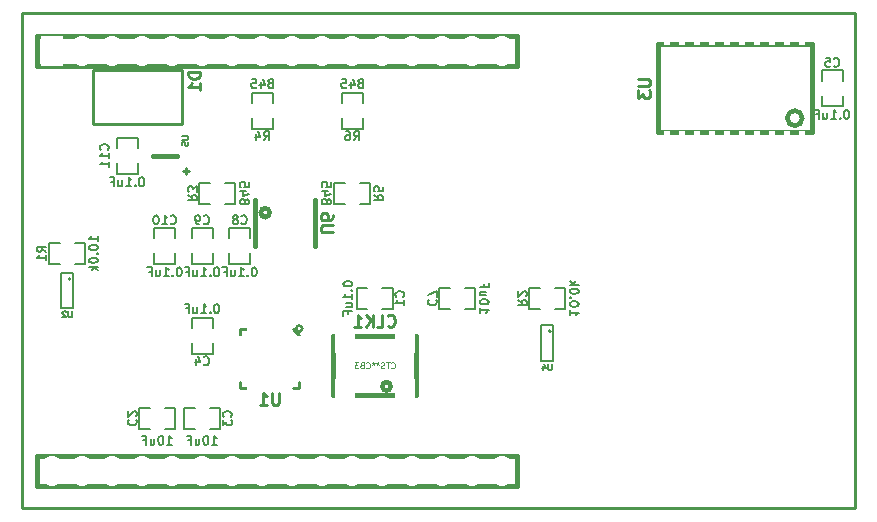
<source format=gbo>
%TF.GenerationSoftware,KiCad,Pcbnew,5.1.0-unknown-ca7aec2~82~ubuntu18.04.1*%
%TF.CreationDate,2019-04-12T13:47:33-04:00*%
%TF.ProjectId,stepper_controller_3x2,73746570-7065-4725-9f63-6f6e74726f6c,1.2*%
%TF.SameCoordinates,Original*%
%TF.FileFunction,Legend,Bot*%
%TF.FilePolarity,Positive*%
%FSLAX46Y46*%
G04 Gerber Fmt 4.6, Leading zero omitted, Abs format (unit mm)*
G04 Created by KiCad (PCBNEW 5.1.0-unknown-ca7aec2~82~ubuntu18.04.1) date 2019-04-12 13:47:33*
%MOMM*%
%LPD*%
G04 APERTURE LIST*
%ADD10C,0.228600*%
%ADD11C,0.250000*%
%ADD12C,0.381000*%
%ADD13C,0.127000*%
%ADD14C,0.150000*%
%ADD15C,0.254000*%
%ADD16C,0.125000*%
%ADD17C,0.190500*%
%ADD18C,0.100000*%
%ADD19C,3.400001*%
%ADD20C,0.300000*%
%ADD21O,2.032000X3.048000*%
%ADD22C,3.556000*%
%ADD23O,1.854200X2.540000*%
%ADD24R,1.854200X2.540000*%
%ADD25R,1.800000X2.000000*%
%ADD26R,1.440000X1.600000*%
%ADD27R,4.960000X3.800000*%
%ADD28O,5.080000X3.556000*%
%ADD29O,4.064000X5.080000*%
%ADD30O,4.572000X3.556000*%
%ADD31C,1.930400*%
%ADD32C,2.540000*%
%ADD33C,2.340000*%
%ADD34O,1.524000X2.540000*%
%ADD35R,0.787400X1.600200*%
%ADD36R,1.600200X0.787400*%
%ADD37R,1.100000X0.600000*%
%ADD38R,0.600000X2.000000*%
%ADD39R,0.558800X1.330960*%
%ADD40R,0.640000X1.910000*%
G04 APERTURE END LIST*
D10*
X156210000Y-67945000D02*
X85725000Y-67945000D01*
X156210000Y-109855000D02*
X156210000Y-67945000D01*
X85725000Y-109855000D02*
X156210000Y-109855000D01*
X85725000Y-67945000D02*
X85725000Y-109855000D01*
D11*
%TO.C,U1*%
X109430000Y-94655000D02*
G75*
G03X109430000Y-94655000I-250000J0D01*
G01*
X104180000Y-94655000D02*
X104180000Y-95155000D01*
X104680000Y-94655000D02*
X104180000Y-94655000D01*
X104180000Y-99655000D02*
X104680000Y-99655000D01*
X104180000Y-99155000D02*
X104180000Y-99655000D01*
X109180000Y-99655000D02*
X108680000Y-99655000D01*
X109180000Y-99155000D02*
X109180000Y-99655000D01*
X108680000Y-94655000D02*
X109180000Y-95155000D01*
D12*
%TO.C,MDB1*%
X127635000Y-69850000D02*
X86995000Y-69850000D01*
X127635000Y-72390000D02*
X127635000Y-69850000D01*
X86995000Y-72390000D02*
X127635000Y-72390000D01*
X86995000Y-69850000D02*
X86995000Y-72390000D01*
X127635000Y-105410000D02*
X86995000Y-105410000D01*
X127635000Y-107950000D02*
X127635000Y-105410000D01*
X86995000Y-107950000D02*
X127635000Y-107950000D01*
X86995000Y-105410000D02*
X86995000Y-107950000D01*
%TO.C,CLK1*%
X116923553Y-99540000D02*
G75*
G03X116923553Y-99540000I-353553J0D01*
G01*
X119070000Y-95290000D02*
X119070000Y-100290000D01*
X119070000Y-100290000D02*
X112070000Y-100290000D01*
X112070000Y-100290000D02*
X112070000Y-95290000D01*
X112070000Y-95290000D02*
X119070000Y-95290000D01*
D10*
%TO.C,D1*%
X91754000Y-77357000D02*
X99254000Y-77357000D01*
X91754000Y-72757000D02*
X91754000Y-77357000D01*
X99254000Y-72757000D02*
X91754000Y-72757000D01*
X99254000Y-77357000D02*
X99254000Y-72757000D01*
D13*
%TO.C,R1*%
X91059000Y-87376000D02*
X90170000Y-87376000D01*
X91059000Y-89154000D02*
X91059000Y-87376000D01*
X90170000Y-89154000D02*
X91059000Y-89154000D01*
X88011000Y-87376000D02*
X88900000Y-87376000D01*
X88011000Y-89154000D02*
X88011000Y-87376000D01*
X88900000Y-89154000D02*
X88011000Y-89154000D01*
%TO.C,R2*%
X131699000Y-91186000D02*
X130810000Y-91186000D01*
X131699000Y-92964000D02*
X131699000Y-91186000D01*
X130810000Y-92964000D02*
X131699000Y-92964000D01*
X128651000Y-91186000D02*
X129540000Y-91186000D01*
X128651000Y-92964000D02*
X128651000Y-91186000D01*
X129540000Y-92964000D02*
X128651000Y-92964000D01*
%TO.C,R3*%
X103759000Y-82296000D02*
X102870000Y-82296000D01*
X103759000Y-84074000D02*
X103759000Y-82296000D01*
X102870000Y-84074000D02*
X103759000Y-84074000D01*
X100711000Y-82296000D02*
X101600000Y-82296000D01*
X100711000Y-84074000D02*
X100711000Y-82296000D01*
X101600000Y-84074000D02*
X100711000Y-84074000D01*
%TO.C,R4*%
X105156000Y-74676000D02*
X105156000Y-75565000D01*
X106934000Y-74676000D02*
X105156000Y-74676000D01*
X106934000Y-75565000D02*
X106934000Y-74676000D01*
X105156000Y-77724000D02*
X105156000Y-76835000D01*
X106934000Y-77724000D02*
X105156000Y-77724000D01*
X106934000Y-76835000D02*
X106934000Y-77724000D01*
%TO.C,R5*%
X112141000Y-84074000D02*
X113030000Y-84074000D01*
X112141000Y-82296000D02*
X112141000Y-84074000D01*
X113030000Y-82296000D02*
X112141000Y-82296000D01*
X115189000Y-84074000D02*
X114300000Y-84074000D01*
X115189000Y-82296000D02*
X115189000Y-84074000D01*
X114300000Y-82296000D02*
X115189000Y-82296000D01*
%TO.C,R6*%
X112776000Y-74676000D02*
X112776000Y-75565000D01*
X114554000Y-74676000D02*
X112776000Y-74676000D01*
X114554000Y-75565000D02*
X114554000Y-74676000D01*
X112776000Y-77724000D02*
X112776000Y-76835000D01*
X114554000Y-77724000D02*
X112776000Y-77724000D01*
X114554000Y-76835000D02*
X114554000Y-77724000D01*
D14*
%TO.C,U2*%
X89835000Y-90440000D02*
G75*
G03X89835000Y-90440000I-100000J0D01*
G01*
X89035000Y-89940000D02*
X90035000Y-89940000D01*
X89035000Y-92940000D02*
X89035000Y-89940000D01*
X90035000Y-92940000D02*
X89035000Y-92940000D01*
X90035000Y-89940000D02*
X90035000Y-92940000D01*
D12*
%TO.C,U3*%
X152550000Y-70545000D02*
X152550000Y-78045000D01*
X139550000Y-70545000D02*
X152550000Y-70545000D01*
X139550000Y-78045000D02*
X139550000Y-70545000D01*
X152550000Y-78045000D02*
X139550000Y-78045000D01*
X151765000Y-76835000D02*
G75*
G03X151765000Y-76835000I-635000J0D01*
G01*
D14*
%TO.C,U4*%
X130475000Y-94885000D02*
G75*
G03X130475000Y-94885000I-100000J0D01*
G01*
X129675000Y-94385000D02*
X130675000Y-94385000D01*
X129675000Y-97385000D02*
X129675000Y-94385000D01*
X130675000Y-97385000D02*
X129675000Y-97385000D01*
X130675000Y-94385000D02*
X130675000Y-97385000D01*
D13*
%TO.C,C1*%
X114046000Y-92964000D02*
X114935000Y-92964000D01*
X114046000Y-91186000D02*
X114046000Y-92964000D01*
X114935000Y-91186000D02*
X114046000Y-91186000D01*
X117094000Y-92964000D02*
X116205000Y-92964000D01*
X117094000Y-91186000D02*
X117094000Y-92964000D01*
X116205000Y-91186000D02*
X117094000Y-91186000D01*
%TO.C,C2*%
X98679000Y-101346000D02*
X97790000Y-101346000D01*
X98679000Y-103124000D02*
X98679000Y-101346000D01*
X97790000Y-103124000D02*
X98679000Y-103124000D01*
X95631000Y-101346000D02*
X96520000Y-101346000D01*
X95631000Y-103124000D02*
X95631000Y-101346000D01*
X96520000Y-103124000D02*
X95631000Y-103124000D01*
%TO.C,C3*%
X99441000Y-103124000D02*
X100330000Y-103124000D01*
X99441000Y-101346000D02*
X99441000Y-103124000D01*
X100330000Y-101346000D02*
X99441000Y-101346000D01*
X102489000Y-103124000D02*
X101600000Y-103124000D01*
X102489000Y-101346000D02*
X102489000Y-103124000D01*
X101600000Y-101346000D02*
X102489000Y-101346000D01*
%TO.C,C4*%
X100076000Y-93726000D02*
X100076000Y-94615000D01*
X101854000Y-93726000D02*
X100076000Y-93726000D01*
X101854000Y-94615000D02*
X101854000Y-93726000D01*
X100076000Y-96774000D02*
X100076000Y-95885000D01*
X101854000Y-96774000D02*
X100076000Y-96774000D01*
X101854000Y-95885000D02*
X101854000Y-96774000D01*
%TO.C,C5*%
X155194000Y-75819000D02*
X155194000Y-74930000D01*
X153416000Y-75819000D02*
X155194000Y-75819000D01*
X153416000Y-74930000D02*
X153416000Y-75819000D01*
X155194000Y-72771000D02*
X155194000Y-73660000D01*
X153416000Y-72771000D02*
X155194000Y-72771000D01*
X153416000Y-73660000D02*
X153416000Y-72771000D01*
%TO.C,C7*%
X124079000Y-91186000D02*
X123190000Y-91186000D01*
X124079000Y-92964000D02*
X124079000Y-91186000D01*
X123190000Y-92964000D02*
X124079000Y-92964000D01*
X121031000Y-91186000D02*
X121920000Y-91186000D01*
X121031000Y-92964000D02*
X121031000Y-91186000D01*
X121920000Y-92964000D02*
X121031000Y-92964000D01*
%TO.C,C8*%
X105029000Y-89154000D02*
X105029000Y-88265000D01*
X103251000Y-89154000D02*
X105029000Y-89154000D01*
X103251000Y-88265000D02*
X103251000Y-89154000D01*
X105029000Y-86106000D02*
X105029000Y-86995000D01*
X103251000Y-86106000D02*
X105029000Y-86106000D01*
X103251000Y-86995000D02*
X103251000Y-86106000D01*
%TO.C,C9*%
X101854000Y-89154000D02*
X101854000Y-88265000D01*
X100076000Y-89154000D02*
X101854000Y-89154000D01*
X100076000Y-88265000D02*
X100076000Y-89154000D01*
X101854000Y-86106000D02*
X101854000Y-86995000D01*
X100076000Y-86106000D02*
X101854000Y-86106000D01*
X100076000Y-86995000D02*
X100076000Y-86106000D01*
%TO.C,C10*%
X98679000Y-89154000D02*
X98679000Y-88265000D01*
X96901000Y-89154000D02*
X98679000Y-89154000D01*
X96901000Y-88265000D02*
X96901000Y-89154000D01*
X98679000Y-86106000D02*
X98679000Y-86995000D01*
X96901000Y-86106000D02*
X98679000Y-86106000D01*
X96901000Y-86995000D02*
X96901000Y-86106000D01*
%TO.C,C11*%
X95504000Y-81534000D02*
X95504000Y-80645000D01*
X93726000Y-81534000D02*
X95504000Y-81534000D01*
X93726000Y-80645000D02*
X93726000Y-81534000D01*
X95504000Y-78486000D02*
X95504000Y-79375000D01*
X93726000Y-78486000D02*
X95504000Y-78486000D01*
X93726000Y-79375000D02*
X93726000Y-78486000D01*
D10*
%TO.C,U5*%
X99822000Y-81280000D02*
X99314000Y-81280000D01*
X99568000Y-81534000D02*
X99568000Y-81026000D01*
D12*
X98806000Y-80010000D02*
X96774000Y-80010000D01*
%TO.C,U6*%
X110490000Y-87693500D02*
X110490000Y-83756500D01*
X105410000Y-87693500D02*
X105410000Y-83756500D01*
X106680000Y-84836000D02*
G75*
G03X106680000Y-84836000I-381000J0D01*
G01*
%TD*%
%TO.C,U1*%
D15*
X107454095Y-100098619D02*
X107454095Y-100921095D01*
X107405714Y-101017857D01*
X107357333Y-101066238D01*
X107260571Y-101114619D01*
X107067047Y-101114619D01*
X106970285Y-101066238D01*
X106921904Y-101017857D01*
X106873523Y-100921095D01*
X106873523Y-100098619D01*
X105857523Y-101114619D02*
X106438095Y-101114619D01*
X106147809Y-101114619D02*
X106147809Y-100098619D01*
X106244571Y-100243761D01*
X106341333Y-100340523D01*
X106438095Y-100388904D01*
%TO.C,CLK1*%
X116658571Y-94402857D02*
X116706952Y-94451238D01*
X116852095Y-94499619D01*
X116948857Y-94499619D01*
X117094000Y-94451238D01*
X117190761Y-94354476D01*
X117239142Y-94257714D01*
X117287523Y-94064190D01*
X117287523Y-93919047D01*
X117239142Y-93725523D01*
X117190761Y-93628761D01*
X117094000Y-93532000D01*
X116948857Y-93483619D01*
X116852095Y-93483619D01*
X116706952Y-93532000D01*
X116658571Y-93580380D01*
X115739333Y-94499619D02*
X116223142Y-94499619D01*
X116223142Y-93483619D01*
X115400666Y-94499619D02*
X115400666Y-93483619D01*
X114820095Y-94499619D02*
X115255523Y-93919047D01*
X114820095Y-93483619D02*
X115400666Y-94064190D01*
X113852476Y-94499619D02*
X114433047Y-94499619D01*
X114142761Y-94499619D02*
X114142761Y-93483619D01*
X114239523Y-93628761D01*
X114336285Y-93725523D01*
X114433047Y-93773904D01*
D16*
X116962857Y-97968571D02*
X116986666Y-97992380D01*
X117058095Y-98016190D01*
X117105714Y-98016190D01*
X117177142Y-97992380D01*
X117224761Y-97944761D01*
X117248571Y-97897142D01*
X117272380Y-97801904D01*
X117272380Y-97730476D01*
X117248571Y-97635238D01*
X117224761Y-97587619D01*
X117177142Y-97540000D01*
X117105714Y-97516190D01*
X117058095Y-97516190D01*
X116986666Y-97540000D01*
X116962857Y-97563809D01*
X116820000Y-97516190D02*
X116534285Y-97516190D01*
X116677142Y-98016190D02*
X116677142Y-97516190D01*
X116391428Y-97992380D02*
X116320000Y-98016190D01*
X116200952Y-98016190D01*
X116153333Y-97992380D01*
X116129523Y-97968571D01*
X116105714Y-97920952D01*
X116105714Y-97873333D01*
X116129523Y-97825714D01*
X116153333Y-97801904D01*
X116200952Y-97778095D01*
X116296190Y-97754285D01*
X116343809Y-97730476D01*
X116367619Y-97706666D01*
X116391428Y-97659047D01*
X116391428Y-97611428D01*
X116367619Y-97563809D01*
X116343809Y-97540000D01*
X116296190Y-97516190D01*
X116177142Y-97516190D01*
X116105714Y-97540000D01*
X115820000Y-97516190D02*
X115820000Y-97635238D01*
X115939047Y-97587619D02*
X115820000Y-97635238D01*
X115700952Y-97587619D01*
X115891428Y-97730476D02*
X115820000Y-97635238D01*
X115748571Y-97730476D01*
X115439047Y-97516190D02*
X115439047Y-97635238D01*
X115558095Y-97587619D02*
X115439047Y-97635238D01*
X115320000Y-97587619D01*
X115510476Y-97730476D02*
X115439047Y-97635238D01*
X115367619Y-97730476D01*
X114843809Y-97968571D02*
X114867619Y-97992380D01*
X114939047Y-98016190D01*
X114986666Y-98016190D01*
X115058095Y-97992380D01*
X115105714Y-97944761D01*
X115129523Y-97897142D01*
X115153333Y-97801904D01*
X115153333Y-97730476D01*
X115129523Y-97635238D01*
X115105714Y-97587619D01*
X115058095Y-97540000D01*
X114986666Y-97516190D01*
X114939047Y-97516190D01*
X114867619Y-97540000D01*
X114843809Y-97563809D01*
X114462857Y-97754285D02*
X114391428Y-97778095D01*
X114367619Y-97801904D01*
X114343809Y-97849523D01*
X114343809Y-97920952D01*
X114367619Y-97968571D01*
X114391428Y-97992380D01*
X114439047Y-98016190D01*
X114629523Y-98016190D01*
X114629523Y-97516190D01*
X114462857Y-97516190D01*
X114415238Y-97540000D01*
X114391428Y-97563809D01*
X114367619Y-97611428D01*
X114367619Y-97659047D01*
X114391428Y-97706666D01*
X114415238Y-97730476D01*
X114462857Y-97754285D01*
X114629523Y-97754285D01*
X114177142Y-97516190D02*
X113867619Y-97516190D01*
X114034285Y-97706666D01*
X113962857Y-97706666D01*
X113915238Y-97730476D01*
X113891428Y-97754285D01*
X113867619Y-97801904D01*
X113867619Y-97920952D01*
X113891428Y-97968571D01*
X113915238Y-97992380D01*
X113962857Y-98016190D01*
X114105714Y-98016190D01*
X114153333Y-97992380D01*
X114177142Y-97968571D01*
%TO.C,D1*%
D15*
X100789619Y-72910095D02*
X99773619Y-72910095D01*
X99773619Y-73152000D01*
X99822000Y-73297142D01*
X99918761Y-73393904D01*
X100015523Y-73442285D01*
X100209047Y-73490666D01*
X100354190Y-73490666D01*
X100547714Y-73442285D01*
X100644476Y-73393904D01*
X100741238Y-73297142D01*
X100789619Y-73152000D01*
X100789619Y-72910095D01*
X100789619Y-74458285D02*
X100789619Y-73877714D01*
X100789619Y-74168000D02*
X99773619Y-74168000D01*
X99918761Y-74071238D01*
X100015523Y-73974476D01*
X100063904Y-73877714D01*
%TO.C,R1*%
D17*
X87720714Y-88138000D02*
X87357857Y-87884000D01*
X87720714Y-87702571D02*
X86958714Y-87702571D01*
X86958714Y-87992857D01*
X86995000Y-88065428D01*
X87031285Y-88101714D01*
X87103857Y-88138000D01*
X87212714Y-88138000D01*
X87285285Y-88101714D01*
X87321571Y-88065428D01*
X87357857Y-87992857D01*
X87357857Y-87702571D01*
X87720714Y-88863714D02*
X87720714Y-88428285D01*
X87720714Y-88646000D02*
X86958714Y-88646000D01*
X87067571Y-88573428D01*
X87140142Y-88500857D01*
X87176428Y-88428285D01*
X92129714Y-87267142D02*
X92129714Y-86831714D01*
X92129714Y-87049428D02*
X91367714Y-87049428D01*
X91476571Y-86976857D01*
X91549142Y-86904285D01*
X91585428Y-86831714D01*
X91367714Y-87738857D02*
X91367714Y-87811428D01*
X91404000Y-87884000D01*
X91440285Y-87920285D01*
X91512857Y-87956571D01*
X91658000Y-87992857D01*
X91839428Y-87992857D01*
X91984571Y-87956571D01*
X92057142Y-87920285D01*
X92093428Y-87884000D01*
X92129714Y-87811428D01*
X92129714Y-87738857D01*
X92093428Y-87666285D01*
X92057142Y-87630000D01*
X91984571Y-87593714D01*
X91839428Y-87557428D01*
X91658000Y-87557428D01*
X91512857Y-87593714D01*
X91440285Y-87630000D01*
X91404000Y-87666285D01*
X91367714Y-87738857D01*
X92057142Y-88319428D02*
X92093428Y-88355714D01*
X92129714Y-88319428D01*
X92093428Y-88283142D01*
X92057142Y-88319428D01*
X92129714Y-88319428D01*
X91367714Y-88827428D02*
X91367714Y-88900000D01*
X91404000Y-88972571D01*
X91440285Y-89008857D01*
X91512857Y-89045142D01*
X91658000Y-89081428D01*
X91839428Y-89081428D01*
X91984571Y-89045142D01*
X92057142Y-89008857D01*
X92093428Y-88972571D01*
X92129714Y-88900000D01*
X92129714Y-88827428D01*
X92093428Y-88754857D01*
X92057142Y-88718571D01*
X91984571Y-88682285D01*
X91839428Y-88646000D01*
X91658000Y-88646000D01*
X91512857Y-88682285D01*
X91440285Y-88718571D01*
X91404000Y-88754857D01*
X91367714Y-88827428D01*
X92129714Y-89408000D02*
X91367714Y-89408000D01*
X91839428Y-89480571D02*
X92129714Y-89698285D01*
X91621714Y-89698285D02*
X91912000Y-89408000D01*
%TO.C,R2*%
X127671285Y-92202000D02*
X128034142Y-92456000D01*
X127671285Y-92637428D02*
X128433285Y-92637428D01*
X128433285Y-92347142D01*
X128397000Y-92274571D01*
X128360714Y-92238285D01*
X128288142Y-92202000D01*
X128179285Y-92202000D01*
X128106714Y-92238285D01*
X128070428Y-92274571D01*
X128034142Y-92347142D01*
X128034142Y-92637428D01*
X128360714Y-91911714D02*
X128397000Y-91875428D01*
X128433285Y-91802857D01*
X128433285Y-91621428D01*
X128397000Y-91548857D01*
X128360714Y-91512571D01*
X128288142Y-91476285D01*
X128215571Y-91476285D01*
X128106714Y-91512571D01*
X127671285Y-91948000D01*
X127671285Y-91476285D01*
X132080285Y-93072857D02*
X132080285Y-93508285D01*
X132080285Y-93290571D02*
X132842285Y-93290571D01*
X132733428Y-93363142D01*
X132660857Y-93435714D01*
X132624571Y-93508285D01*
X132842285Y-92601142D02*
X132842285Y-92528571D01*
X132806000Y-92456000D01*
X132769714Y-92419714D01*
X132697142Y-92383428D01*
X132552000Y-92347142D01*
X132370571Y-92347142D01*
X132225428Y-92383428D01*
X132152857Y-92419714D01*
X132116571Y-92456000D01*
X132080285Y-92528571D01*
X132080285Y-92601142D01*
X132116571Y-92673714D01*
X132152857Y-92710000D01*
X132225428Y-92746285D01*
X132370571Y-92782571D01*
X132552000Y-92782571D01*
X132697142Y-92746285D01*
X132769714Y-92710000D01*
X132806000Y-92673714D01*
X132842285Y-92601142D01*
X132152857Y-92020571D02*
X132116571Y-91984285D01*
X132080285Y-92020571D01*
X132116571Y-92056857D01*
X132152857Y-92020571D01*
X132080285Y-92020571D01*
X132842285Y-91512571D02*
X132842285Y-91440000D01*
X132806000Y-91367428D01*
X132769714Y-91331142D01*
X132697142Y-91294857D01*
X132552000Y-91258571D01*
X132370571Y-91258571D01*
X132225428Y-91294857D01*
X132152857Y-91331142D01*
X132116571Y-91367428D01*
X132080285Y-91440000D01*
X132080285Y-91512571D01*
X132116571Y-91585142D01*
X132152857Y-91621428D01*
X132225428Y-91657714D01*
X132370571Y-91694000D01*
X132552000Y-91694000D01*
X132697142Y-91657714D01*
X132769714Y-91621428D01*
X132806000Y-91585142D01*
X132842285Y-91512571D01*
X132080285Y-90932000D02*
X132842285Y-90932000D01*
X132370571Y-90859428D02*
X132080285Y-90641714D01*
X132588285Y-90641714D02*
X132298000Y-90932000D01*
%TO.C,R3*%
X99731285Y-83312000D02*
X100094142Y-83566000D01*
X99731285Y-83747428D02*
X100493285Y-83747428D01*
X100493285Y-83457142D01*
X100457000Y-83384571D01*
X100420714Y-83348285D01*
X100348142Y-83312000D01*
X100239285Y-83312000D01*
X100166714Y-83348285D01*
X100130428Y-83384571D01*
X100094142Y-83457142D01*
X100094142Y-83747428D01*
X100493285Y-83058000D02*
X100493285Y-82586285D01*
X100203000Y-82840285D01*
X100203000Y-82731428D01*
X100166714Y-82658857D01*
X100130428Y-82622571D01*
X100057857Y-82586285D01*
X99876428Y-82586285D01*
X99803857Y-82622571D01*
X99767571Y-82658857D01*
X99731285Y-82731428D01*
X99731285Y-82949142D01*
X99767571Y-83021714D01*
X99803857Y-83058000D01*
X104575714Y-83983285D02*
X104612000Y-84055857D01*
X104648285Y-84092142D01*
X104720857Y-84128428D01*
X104757142Y-84128428D01*
X104829714Y-84092142D01*
X104866000Y-84055857D01*
X104902285Y-83983285D01*
X104902285Y-83838142D01*
X104866000Y-83765571D01*
X104829714Y-83729285D01*
X104757142Y-83693000D01*
X104720857Y-83693000D01*
X104648285Y-83729285D01*
X104612000Y-83765571D01*
X104575714Y-83838142D01*
X104575714Y-83983285D01*
X104539428Y-84055857D01*
X104503142Y-84092142D01*
X104430571Y-84128428D01*
X104285428Y-84128428D01*
X104212857Y-84092142D01*
X104176571Y-84055857D01*
X104140285Y-83983285D01*
X104140285Y-83838142D01*
X104176571Y-83765571D01*
X104212857Y-83729285D01*
X104285428Y-83693000D01*
X104430571Y-83693000D01*
X104503142Y-83729285D01*
X104539428Y-83765571D01*
X104575714Y-83838142D01*
X104648285Y-83039857D02*
X104140285Y-83039857D01*
X104938571Y-83221285D02*
X104394285Y-83402714D01*
X104394285Y-82931000D01*
X104902285Y-82277857D02*
X104902285Y-82640714D01*
X104539428Y-82677000D01*
X104575714Y-82640714D01*
X104612000Y-82568142D01*
X104612000Y-82386714D01*
X104575714Y-82314142D01*
X104539428Y-82277857D01*
X104466857Y-82241571D01*
X104285428Y-82241571D01*
X104212857Y-82277857D01*
X104176571Y-82314142D01*
X104140285Y-82386714D01*
X104140285Y-82568142D01*
X104176571Y-82640714D01*
X104212857Y-82677000D01*
%TO.C,R4*%
X106172000Y-78703714D02*
X106426000Y-78340857D01*
X106607428Y-78703714D02*
X106607428Y-77941714D01*
X106317142Y-77941714D01*
X106244571Y-77978000D01*
X106208285Y-78014285D01*
X106172000Y-78086857D01*
X106172000Y-78195714D01*
X106208285Y-78268285D01*
X106244571Y-78304571D01*
X106317142Y-78340857D01*
X106607428Y-78340857D01*
X105518857Y-78195714D02*
X105518857Y-78703714D01*
X105700285Y-77905428D02*
X105881714Y-78449714D01*
X105410000Y-78449714D01*
X106843285Y-73859285D02*
X106915857Y-73823000D01*
X106952142Y-73786714D01*
X106988428Y-73714142D01*
X106988428Y-73677857D01*
X106952142Y-73605285D01*
X106915857Y-73569000D01*
X106843285Y-73532714D01*
X106698142Y-73532714D01*
X106625571Y-73569000D01*
X106589285Y-73605285D01*
X106553000Y-73677857D01*
X106553000Y-73714142D01*
X106589285Y-73786714D01*
X106625571Y-73823000D01*
X106698142Y-73859285D01*
X106843285Y-73859285D01*
X106915857Y-73895571D01*
X106952142Y-73931857D01*
X106988428Y-74004428D01*
X106988428Y-74149571D01*
X106952142Y-74222142D01*
X106915857Y-74258428D01*
X106843285Y-74294714D01*
X106698142Y-74294714D01*
X106625571Y-74258428D01*
X106589285Y-74222142D01*
X106553000Y-74149571D01*
X106553000Y-74004428D01*
X106589285Y-73931857D01*
X106625571Y-73895571D01*
X106698142Y-73859285D01*
X105899857Y-73786714D02*
X105899857Y-74294714D01*
X106081285Y-73496428D02*
X106262714Y-74040714D01*
X105791000Y-74040714D01*
X105137857Y-73532714D02*
X105500714Y-73532714D01*
X105537000Y-73895571D01*
X105500714Y-73859285D01*
X105428142Y-73823000D01*
X105246714Y-73823000D01*
X105174142Y-73859285D01*
X105137857Y-73895571D01*
X105101571Y-73968142D01*
X105101571Y-74149571D01*
X105137857Y-74222142D01*
X105174142Y-74258428D01*
X105246714Y-74294714D01*
X105428142Y-74294714D01*
X105500714Y-74258428D01*
X105537000Y-74222142D01*
%TO.C,R5*%
X115479285Y-83312000D02*
X115842142Y-83566000D01*
X115479285Y-83747428D02*
X116241285Y-83747428D01*
X116241285Y-83457142D01*
X116205000Y-83384571D01*
X116168714Y-83348285D01*
X116096142Y-83312000D01*
X115987285Y-83312000D01*
X115914714Y-83348285D01*
X115878428Y-83384571D01*
X115842142Y-83457142D01*
X115842142Y-83747428D01*
X116241285Y-82622571D02*
X116241285Y-82985428D01*
X115878428Y-83021714D01*
X115914714Y-82985428D01*
X115951000Y-82912857D01*
X115951000Y-82731428D01*
X115914714Y-82658857D01*
X115878428Y-82622571D01*
X115805857Y-82586285D01*
X115624428Y-82586285D01*
X115551857Y-82622571D01*
X115515571Y-82658857D01*
X115479285Y-82731428D01*
X115479285Y-82912857D01*
X115515571Y-82985428D01*
X115551857Y-83021714D01*
X111505714Y-83983285D02*
X111542000Y-84055857D01*
X111578285Y-84092142D01*
X111650857Y-84128428D01*
X111687142Y-84128428D01*
X111759714Y-84092142D01*
X111796000Y-84055857D01*
X111832285Y-83983285D01*
X111832285Y-83838142D01*
X111796000Y-83765571D01*
X111759714Y-83729285D01*
X111687142Y-83693000D01*
X111650857Y-83693000D01*
X111578285Y-83729285D01*
X111542000Y-83765571D01*
X111505714Y-83838142D01*
X111505714Y-83983285D01*
X111469428Y-84055857D01*
X111433142Y-84092142D01*
X111360571Y-84128428D01*
X111215428Y-84128428D01*
X111142857Y-84092142D01*
X111106571Y-84055857D01*
X111070285Y-83983285D01*
X111070285Y-83838142D01*
X111106571Y-83765571D01*
X111142857Y-83729285D01*
X111215428Y-83693000D01*
X111360571Y-83693000D01*
X111433142Y-83729285D01*
X111469428Y-83765571D01*
X111505714Y-83838142D01*
X111578285Y-83039857D02*
X111070285Y-83039857D01*
X111868571Y-83221285D02*
X111324285Y-83402714D01*
X111324285Y-82931000D01*
X111832285Y-82277857D02*
X111832285Y-82640714D01*
X111469428Y-82677000D01*
X111505714Y-82640714D01*
X111542000Y-82568142D01*
X111542000Y-82386714D01*
X111505714Y-82314142D01*
X111469428Y-82277857D01*
X111396857Y-82241571D01*
X111215428Y-82241571D01*
X111142857Y-82277857D01*
X111106571Y-82314142D01*
X111070285Y-82386714D01*
X111070285Y-82568142D01*
X111106571Y-82640714D01*
X111142857Y-82677000D01*
%TO.C,R6*%
X113792000Y-78703714D02*
X114046000Y-78340857D01*
X114227428Y-78703714D02*
X114227428Y-77941714D01*
X113937142Y-77941714D01*
X113864571Y-77978000D01*
X113828285Y-78014285D01*
X113792000Y-78086857D01*
X113792000Y-78195714D01*
X113828285Y-78268285D01*
X113864571Y-78304571D01*
X113937142Y-78340857D01*
X114227428Y-78340857D01*
X113138857Y-77941714D02*
X113284000Y-77941714D01*
X113356571Y-77978000D01*
X113392857Y-78014285D01*
X113465428Y-78123142D01*
X113501714Y-78268285D01*
X113501714Y-78558571D01*
X113465428Y-78631142D01*
X113429142Y-78667428D01*
X113356571Y-78703714D01*
X113211428Y-78703714D01*
X113138857Y-78667428D01*
X113102571Y-78631142D01*
X113066285Y-78558571D01*
X113066285Y-78377142D01*
X113102571Y-78304571D01*
X113138857Y-78268285D01*
X113211428Y-78232000D01*
X113356571Y-78232000D01*
X113429142Y-78268285D01*
X113465428Y-78304571D01*
X113501714Y-78377142D01*
X114463285Y-73859285D02*
X114535857Y-73823000D01*
X114572142Y-73786714D01*
X114608428Y-73714142D01*
X114608428Y-73677857D01*
X114572142Y-73605285D01*
X114535857Y-73569000D01*
X114463285Y-73532714D01*
X114318142Y-73532714D01*
X114245571Y-73569000D01*
X114209285Y-73605285D01*
X114173000Y-73677857D01*
X114173000Y-73714142D01*
X114209285Y-73786714D01*
X114245571Y-73823000D01*
X114318142Y-73859285D01*
X114463285Y-73859285D01*
X114535857Y-73895571D01*
X114572142Y-73931857D01*
X114608428Y-74004428D01*
X114608428Y-74149571D01*
X114572142Y-74222142D01*
X114535857Y-74258428D01*
X114463285Y-74294714D01*
X114318142Y-74294714D01*
X114245571Y-74258428D01*
X114209285Y-74222142D01*
X114173000Y-74149571D01*
X114173000Y-74004428D01*
X114209285Y-73931857D01*
X114245571Y-73895571D01*
X114318142Y-73859285D01*
X113519857Y-73786714D02*
X113519857Y-74294714D01*
X113701285Y-73496428D02*
X113882714Y-74040714D01*
X113411000Y-74040714D01*
X112757857Y-73532714D02*
X113120714Y-73532714D01*
X113157000Y-73895571D01*
X113120714Y-73859285D01*
X113048142Y-73823000D01*
X112866714Y-73823000D01*
X112794142Y-73859285D01*
X112757857Y-73895571D01*
X112721571Y-73968142D01*
X112721571Y-74149571D01*
X112757857Y-74222142D01*
X112794142Y-74258428D01*
X112866714Y-74294714D01*
X113048142Y-74294714D01*
X113120714Y-74258428D01*
X113157000Y-74222142D01*
%TO.C,U2*%
D13*
X89922047Y-93193809D02*
X89922047Y-93605047D01*
X89897857Y-93653428D01*
X89873666Y-93677619D01*
X89825285Y-93701809D01*
X89728523Y-93701809D01*
X89680142Y-93677619D01*
X89655952Y-93653428D01*
X89631761Y-93605047D01*
X89631761Y-93193809D01*
X89414047Y-93242190D02*
X89389857Y-93218000D01*
X89341476Y-93193809D01*
X89220523Y-93193809D01*
X89172142Y-93218000D01*
X89147952Y-93242190D01*
X89123761Y-93290571D01*
X89123761Y-93338952D01*
X89147952Y-93411523D01*
X89438238Y-93701809D01*
X89123761Y-93701809D01*
%TO.C,U3*%
D15*
X137873619Y-73520904D02*
X138696095Y-73520904D01*
X138792857Y-73569285D01*
X138841238Y-73617666D01*
X138889619Y-73714428D01*
X138889619Y-73907952D01*
X138841238Y-74004714D01*
X138792857Y-74053095D01*
X138696095Y-74101476D01*
X137873619Y-74101476D01*
X137873619Y-74488523D02*
X137873619Y-75117476D01*
X138260666Y-74778809D01*
X138260666Y-74923952D01*
X138309047Y-75020714D01*
X138357428Y-75069095D01*
X138454190Y-75117476D01*
X138696095Y-75117476D01*
X138792857Y-75069095D01*
X138841238Y-75020714D01*
X138889619Y-74923952D01*
X138889619Y-74633666D01*
X138841238Y-74536904D01*
X138792857Y-74488523D01*
%TO.C,U4*%
D13*
X130562047Y-97638809D02*
X130562047Y-98050047D01*
X130537857Y-98098428D01*
X130513666Y-98122619D01*
X130465285Y-98146809D01*
X130368523Y-98146809D01*
X130320142Y-98122619D01*
X130295952Y-98098428D01*
X130271761Y-98050047D01*
X130271761Y-97638809D01*
X129812142Y-97808142D02*
X129812142Y-98146809D01*
X129933095Y-97614619D02*
X130054047Y-97977476D01*
X129739571Y-97977476D01*
%TO.C,C1*%
D17*
X118001142Y-91948000D02*
X118037428Y-91911714D01*
X118073714Y-91802857D01*
X118073714Y-91730285D01*
X118037428Y-91621428D01*
X117964857Y-91548857D01*
X117892285Y-91512571D01*
X117747142Y-91476285D01*
X117638285Y-91476285D01*
X117493142Y-91512571D01*
X117420571Y-91548857D01*
X117348000Y-91621428D01*
X117311714Y-91730285D01*
X117311714Y-91802857D01*
X117348000Y-91911714D01*
X117384285Y-91948000D01*
X118073714Y-92673714D02*
X118073714Y-92238285D01*
X118073714Y-92456000D02*
X117311714Y-92456000D01*
X117420571Y-92383428D01*
X117493142Y-92310857D01*
X117529428Y-92238285D01*
X112902714Y-90823142D02*
X112902714Y-90895714D01*
X112939000Y-90968285D01*
X112975285Y-91004571D01*
X113047857Y-91040857D01*
X113193000Y-91077142D01*
X113374428Y-91077142D01*
X113519571Y-91040857D01*
X113592142Y-91004571D01*
X113628428Y-90968285D01*
X113664714Y-90895714D01*
X113664714Y-90823142D01*
X113628428Y-90750571D01*
X113592142Y-90714285D01*
X113519571Y-90678000D01*
X113374428Y-90641714D01*
X113193000Y-90641714D01*
X113047857Y-90678000D01*
X112975285Y-90714285D01*
X112939000Y-90750571D01*
X112902714Y-90823142D01*
X113592142Y-91403714D02*
X113628428Y-91440000D01*
X113664714Y-91403714D01*
X113628428Y-91367428D01*
X113592142Y-91403714D01*
X113664714Y-91403714D01*
X113664714Y-92165714D02*
X113664714Y-91730285D01*
X113664714Y-91948000D02*
X112902714Y-91948000D01*
X113011571Y-91875428D01*
X113084142Y-91802857D01*
X113120428Y-91730285D01*
X113156714Y-92818857D02*
X113664714Y-92818857D01*
X113156714Y-92492285D02*
X113555857Y-92492285D01*
X113628428Y-92528571D01*
X113664714Y-92601142D01*
X113664714Y-92710000D01*
X113628428Y-92782571D01*
X113592142Y-92818857D01*
X113265571Y-93435714D02*
X113265571Y-93181714D01*
X113664714Y-93181714D02*
X112902714Y-93181714D01*
X112902714Y-93544571D01*
%TO.C,C2*%
X94723857Y-102362000D02*
X94687571Y-102398285D01*
X94651285Y-102507142D01*
X94651285Y-102579714D01*
X94687571Y-102688571D01*
X94760142Y-102761142D01*
X94832714Y-102797428D01*
X94977857Y-102833714D01*
X95086714Y-102833714D01*
X95231857Y-102797428D01*
X95304428Y-102761142D01*
X95377000Y-102688571D01*
X95413285Y-102579714D01*
X95413285Y-102507142D01*
X95377000Y-102398285D01*
X95340714Y-102362000D01*
X95340714Y-102071714D02*
X95377000Y-102035428D01*
X95413285Y-101962857D01*
X95413285Y-101781428D01*
X95377000Y-101708857D01*
X95340714Y-101672571D01*
X95268142Y-101636285D01*
X95195571Y-101636285D01*
X95086714Y-101672571D01*
X94651285Y-102108000D01*
X94651285Y-101636285D01*
X97971428Y-104484714D02*
X98406857Y-104484714D01*
X98189142Y-104484714D02*
X98189142Y-103722714D01*
X98261714Y-103831571D01*
X98334285Y-103904142D01*
X98406857Y-103940428D01*
X97499714Y-103722714D02*
X97427142Y-103722714D01*
X97354571Y-103759000D01*
X97318285Y-103795285D01*
X97282000Y-103867857D01*
X97245714Y-104013000D01*
X97245714Y-104194428D01*
X97282000Y-104339571D01*
X97318285Y-104412142D01*
X97354571Y-104448428D01*
X97427142Y-104484714D01*
X97499714Y-104484714D01*
X97572285Y-104448428D01*
X97608571Y-104412142D01*
X97644857Y-104339571D01*
X97681142Y-104194428D01*
X97681142Y-104013000D01*
X97644857Y-103867857D01*
X97608571Y-103795285D01*
X97572285Y-103759000D01*
X97499714Y-103722714D01*
X96592571Y-103976714D02*
X96592571Y-104484714D01*
X96919142Y-103976714D02*
X96919142Y-104375857D01*
X96882857Y-104448428D01*
X96810285Y-104484714D01*
X96701428Y-104484714D01*
X96628857Y-104448428D01*
X96592571Y-104412142D01*
X95975714Y-104085571D02*
X96229714Y-104085571D01*
X96229714Y-104484714D02*
X96229714Y-103722714D01*
X95866857Y-103722714D01*
%TO.C,C3*%
X103396142Y-102108000D02*
X103432428Y-102071714D01*
X103468714Y-101962857D01*
X103468714Y-101890285D01*
X103432428Y-101781428D01*
X103359857Y-101708857D01*
X103287285Y-101672571D01*
X103142142Y-101636285D01*
X103033285Y-101636285D01*
X102888142Y-101672571D01*
X102815571Y-101708857D01*
X102743000Y-101781428D01*
X102706714Y-101890285D01*
X102706714Y-101962857D01*
X102743000Y-102071714D01*
X102779285Y-102108000D01*
X102706714Y-102362000D02*
X102706714Y-102833714D01*
X102997000Y-102579714D01*
X102997000Y-102688571D01*
X103033285Y-102761142D01*
X103069571Y-102797428D01*
X103142142Y-102833714D01*
X103323571Y-102833714D01*
X103396142Y-102797428D01*
X103432428Y-102761142D01*
X103468714Y-102688571D01*
X103468714Y-102470857D01*
X103432428Y-102398285D01*
X103396142Y-102362000D01*
X101781428Y-104484714D02*
X102216857Y-104484714D01*
X101999142Y-104484714D02*
X101999142Y-103722714D01*
X102071714Y-103831571D01*
X102144285Y-103904142D01*
X102216857Y-103940428D01*
X101309714Y-103722714D02*
X101237142Y-103722714D01*
X101164571Y-103759000D01*
X101128285Y-103795285D01*
X101092000Y-103867857D01*
X101055714Y-104013000D01*
X101055714Y-104194428D01*
X101092000Y-104339571D01*
X101128285Y-104412142D01*
X101164571Y-104448428D01*
X101237142Y-104484714D01*
X101309714Y-104484714D01*
X101382285Y-104448428D01*
X101418571Y-104412142D01*
X101454857Y-104339571D01*
X101491142Y-104194428D01*
X101491142Y-104013000D01*
X101454857Y-103867857D01*
X101418571Y-103795285D01*
X101382285Y-103759000D01*
X101309714Y-103722714D01*
X100402571Y-103976714D02*
X100402571Y-104484714D01*
X100729142Y-103976714D02*
X100729142Y-104375857D01*
X100692857Y-104448428D01*
X100620285Y-104484714D01*
X100511428Y-104484714D01*
X100438857Y-104448428D01*
X100402571Y-104412142D01*
X99785714Y-104085571D02*
X100039714Y-104085571D01*
X100039714Y-104484714D02*
X100039714Y-103722714D01*
X99676857Y-103722714D01*
%TO.C,C4*%
X101092000Y-97681142D02*
X101128285Y-97717428D01*
X101237142Y-97753714D01*
X101309714Y-97753714D01*
X101418571Y-97717428D01*
X101491142Y-97644857D01*
X101527428Y-97572285D01*
X101563714Y-97427142D01*
X101563714Y-97318285D01*
X101527428Y-97173142D01*
X101491142Y-97100571D01*
X101418571Y-97028000D01*
X101309714Y-96991714D01*
X101237142Y-96991714D01*
X101128285Y-97028000D01*
X101092000Y-97064285D01*
X100438857Y-97245714D02*
X100438857Y-97753714D01*
X100620285Y-96955428D02*
X100801714Y-97499714D01*
X100330000Y-97499714D01*
X102216857Y-92582714D02*
X102144285Y-92582714D01*
X102071714Y-92619000D01*
X102035428Y-92655285D01*
X101999142Y-92727857D01*
X101962857Y-92873000D01*
X101962857Y-93054428D01*
X101999142Y-93199571D01*
X102035428Y-93272142D01*
X102071714Y-93308428D01*
X102144285Y-93344714D01*
X102216857Y-93344714D01*
X102289428Y-93308428D01*
X102325714Y-93272142D01*
X102362000Y-93199571D01*
X102398285Y-93054428D01*
X102398285Y-92873000D01*
X102362000Y-92727857D01*
X102325714Y-92655285D01*
X102289428Y-92619000D01*
X102216857Y-92582714D01*
X101636285Y-93272142D02*
X101600000Y-93308428D01*
X101636285Y-93344714D01*
X101672571Y-93308428D01*
X101636285Y-93272142D01*
X101636285Y-93344714D01*
X100874285Y-93344714D02*
X101309714Y-93344714D01*
X101092000Y-93344714D02*
X101092000Y-92582714D01*
X101164571Y-92691571D01*
X101237142Y-92764142D01*
X101309714Y-92800428D01*
X100221142Y-92836714D02*
X100221142Y-93344714D01*
X100547714Y-92836714D02*
X100547714Y-93235857D01*
X100511428Y-93308428D01*
X100438857Y-93344714D01*
X100330000Y-93344714D01*
X100257428Y-93308428D01*
X100221142Y-93272142D01*
X99604285Y-92945571D02*
X99858285Y-92945571D01*
X99858285Y-93344714D02*
X99858285Y-92582714D01*
X99495428Y-92582714D01*
%TO.C,C5*%
X154432000Y-72408142D02*
X154468285Y-72444428D01*
X154577142Y-72480714D01*
X154649714Y-72480714D01*
X154758571Y-72444428D01*
X154831142Y-72371857D01*
X154867428Y-72299285D01*
X154903714Y-72154142D01*
X154903714Y-72045285D01*
X154867428Y-71900142D01*
X154831142Y-71827571D01*
X154758571Y-71755000D01*
X154649714Y-71718714D01*
X154577142Y-71718714D01*
X154468285Y-71755000D01*
X154432000Y-71791285D01*
X153742571Y-71718714D02*
X154105428Y-71718714D01*
X154141714Y-72081571D01*
X154105428Y-72045285D01*
X154032857Y-72009000D01*
X153851428Y-72009000D01*
X153778857Y-72045285D01*
X153742571Y-72081571D01*
X153706285Y-72154142D01*
X153706285Y-72335571D01*
X153742571Y-72408142D01*
X153778857Y-72444428D01*
X153851428Y-72480714D01*
X154032857Y-72480714D01*
X154105428Y-72444428D01*
X154141714Y-72408142D01*
X155556857Y-76127714D02*
X155484285Y-76127714D01*
X155411714Y-76164000D01*
X155375428Y-76200285D01*
X155339142Y-76272857D01*
X155302857Y-76418000D01*
X155302857Y-76599428D01*
X155339142Y-76744571D01*
X155375428Y-76817142D01*
X155411714Y-76853428D01*
X155484285Y-76889714D01*
X155556857Y-76889714D01*
X155629428Y-76853428D01*
X155665714Y-76817142D01*
X155702000Y-76744571D01*
X155738285Y-76599428D01*
X155738285Y-76418000D01*
X155702000Y-76272857D01*
X155665714Y-76200285D01*
X155629428Y-76164000D01*
X155556857Y-76127714D01*
X154976285Y-76817142D02*
X154940000Y-76853428D01*
X154976285Y-76889714D01*
X155012571Y-76853428D01*
X154976285Y-76817142D01*
X154976285Y-76889714D01*
X154214285Y-76889714D02*
X154649714Y-76889714D01*
X154432000Y-76889714D02*
X154432000Y-76127714D01*
X154504571Y-76236571D01*
X154577142Y-76309142D01*
X154649714Y-76345428D01*
X153561142Y-76381714D02*
X153561142Y-76889714D01*
X153887714Y-76381714D02*
X153887714Y-76780857D01*
X153851428Y-76853428D01*
X153778857Y-76889714D01*
X153670000Y-76889714D01*
X153597428Y-76853428D01*
X153561142Y-76817142D01*
X152944285Y-76490571D02*
X153198285Y-76490571D01*
X153198285Y-76889714D02*
X153198285Y-76127714D01*
X152835428Y-76127714D01*
%TO.C,C7*%
X120123857Y-92202000D02*
X120087571Y-92238285D01*
X120051285Y-92347142D01*
X120051285Y-92419714D01*
X120087571Y-92528571D01*
X120160142Y-92601142D01*
X120232714Y-92637428D01*
X120377857Y-92673714D01*
X120486714Y-92673714D01*
X120631857Y-92637428D01*
X120704428Y-92601142D01*
X120777000Y-92528571D01*
X120813285Y-92419714D01*
X120813285Y-92347142D01*
X120777000Y-92238285D01*
X120740714Y-92202000D01*
X120813285Y-91948000D02*
X120813285Y-91440000D01*
X120051285Y-91766571D01*
X124460285Y-92891428D02*
X124460285Y-93326857D01*
X124460285Y-93109142D02*
X125222285Y-93109142D01*
X125113428Y-93181714D01*
X125040857Y-93254285D01*
X125004571Y-93326857D01*
X125222285Y-92419714D02*
X125222285Y-92347142D01*
X125186000Y-92274571D01*
X125149714Y-92238285D01*
X125077142Y-92202000D01*
X124932000Y-92165714D01*
X124750571Y-92165714D01*
X124605428Y-92202000D01*
X124532857Y-92238285D01*
X124496571Y-92274571D01*
X124460285Y-92347142D01*
X124460285Y-92419714D01*
X124496571Y-92492285D01*
X124532857Y-92528571D01*
X124605428Y-92564857D01*
X124750571Y-92601142D01*
X124932000Y-92601142D01*
X125077142Y-92564857D01*
X125149714Y-92528571D01*
X125186000Y-92492285D01*
X125222285Y-92419714D01*
X124968285Y-91512571D02*
X124460285Y-91512571D01*
X124968285Y-91839142D02*
X124569142Y-91839142D01*
X124496571Y-91802857D01*
X124460285Y-91730285D01*
X124460285Y-91621428D01*
X124496571Y-91548857D01*
X124532857Y-91512571D01*
X124859428Y-90895714D02*
X124859428Y-91149714D01*
X124460285Y-91149714D02*
X125222285Y-91149714D01*
X125222285Y-90786857D01*
%TO.C,C8*%
X104267000Y-85743142D02*
X104303285Y-85779428D01*
X104412142Y-85815714D01*
X104484714Y-85815714D01*
X104593571Y-85779428D01*
X104666142Y-85706857D01*
X104702428Y-85634285D01*
X104738714Y-85489142D01*
X104738714Y-85380285D01*
X104702428Y-85235142D01*
X104666142Y-85162571D01*
X104593571Y-85090000D01*
X104484714Y-85053714D01*
X104412142Y-85053714D01*
X104303285Y-85090000D01*
X104267000Y-85126285D01*
X103831571Y-85380285D02*
X103904142Y-85344000D01*
X103940428Y-85307714D01*
X103976714Y-85235142D01*
X103976714Y-85198857D01*
X103940428Y-85126285D01*
X103904142Y-85090000D01*
X103831571Y-85053714D01*
X103686428Y-85053714D01*
X103613857Y-85090000D01*
X103577571Y-85126285D01*
X103541285Y-85198857D01*
X103541285Y-85235142D01*
X103577571Y-85307714D01*
X103613857Y-85344000D01*
X103686428Y-85380285D01*
X103831571Y-85380285D01*
X103904142Y-85416571D01*
X103940428Y-85452857D01*
X103976714Y-85525428D01*
X103976714Y-85670571D01*
X103940428Y-85743142D01*
X103904142Y-85779428D01*
X103831571Y-85815714D01*
X103686428Y-85815714D01*
X103613857Y-85779428D01*
X103577571Y-85743142D01*
X103541285Y-85670571D01*
X103541285Y-85525428D01*
X103577571Y-85452857D01*
X103613857Y-85416571D01*
X103686428Y-85380285D01*
X105391857Y-89462714D02*
X105319285Y-89462714D01*
X105246714Y-89499000D01*
X105210428Y-89535285D01*
X105174142Y-89607857D01*
X105137857Y-89753000D01*
X105137857Y-89934428D01*
X105174142Y-90079571D01*
X105210428Y-90152142D01*
X105246714Y-90188428D01*
X105319285Y-90224714D01*
X105391857Y-90224714D01*
X105464428Y-90188428D01*
X105500714Y-90152142D01*
X105537000Y-90079571D01*
X105573285Y-89934428D01*
X105573285Y-89753000D01*
X105537000Y-89607857D01*
X105500714Y-89535285D01*
X105464428Y-89499000D01*
X105391857Y-89462714D01*
X104811285Y-90152142D02*
X104775000Y-90188428D01*
X104811285Y-90224714D01*
X104847571Y-90188428D01*
X104811285Y-90152142D01*
X104811285Y-90224714D01*
X104049285Y-90224714D02*
X104484714Y-90224714D01*
X104267000Y-90224714D02*
X104267000Y-89462714D01*
X104339571Y-89571571D01*
X104412142Y-89644142D01*
X104484714Y-89680428D01*
X103396142Y-89716714D02*
X103396142Y-90224714D01*
X103722714Y-89716714D02*
X103722714Y-90115857D01*
X103686428Y-90188428D01*
X103613857Y-90224714D01*
X103505000Y-90224714D01*
X103432428Y-90188428D01*
X103396142Y-90152142D01*
X102779285Y-89825571D02*
X103033285Y-89825571D01*
X103033285Y-90224714D02*
X103033285Y-89462714D01*
X102670428Y-89462714D01*
%TO.C,C9*%
X101092000Y-85743142D02*
X101128285Y-85779428D01*
X101237142Y-85815714D01*
X101309714Y-85815714D01*
X101418571Y-85779428D01*
X101491142Y-85706857D01*
X101527428Y-85634285D01*
X101563714Y-85489142D01*
X101563714Y-85380285D01*
X101527428Y-85235142D01*
X101491142Y-85162571D01*
X101418571Y-85090000D01*
X101309714Y-85053714D01*
X101237142Y-85053714D01*
X101128285Y-85090000D01*
X101092000Y-85126285D01*
X100729142Y-85815714D02*
X100584000Y-85815714D01*
X100511428Y-85779428D01*
X100475142Y-85743142D01*
X100402571Y-85634285D01*
X100366285Y-85489142D01*
X100366285Y-85198857D01*
X100402571Y-85126285D01*
X100438857Y-85090000D01*
X100511428Y-85053714D01*
X100656571Y-85053714D01*
X100729142Y-85090000D01*
X100765428Y-85126285D01*
X100801714Y-85198857D01*
X100801714Y-85380285D01*
X100765428Y-85452857D01*
X100729142Y-85489142D01*
X100656571Y-85525428D01*
X100511428Y-85525428D01*
X100438857Y-85489142D01*
X100402571Y-85452857D01*
X100366285Y-85380285D01*
X102216857Y-89462714D02*
X102144285Y-89462714D01*
X102071714Y-89499000D01*
X102035428Y-89535285D01*
X101999142Y-89607857D01*
X101962857Y-89753000D01*
X101962857Y-89934428D01*
X101999142Y-90079571D01*
X102035428Y-90152142D01*
X102071714Y-90188428D01*
X102144285Y-90224714D01*
X102216857Y-90224714D01*
X102289428Y-90188428D01*
X102325714Y-90152142D01*
X102362000Y-90079571D01*
X102398285Y-89934428D01*
X102398285Y-89753000D01*
X102362000Y-89607857D01*
X102325714Y-89535285D01*
X102289428Y-89499000D01*
X102216857Y-89462714D01*
X101636285Y-90152142D02*
X101600000Y-90188428D01*
X101636285Y-90224714D01*
X101672571Y-90188428D01*
X101636285Y-90152142D01*
X101636285Y-90224714D01*
X100874285Y-90224714D02*
X101309714Y-90224714D01*
X101092000Y-90224714D02*
X101092000Y-89462714D01*
X101164571Y-89571571D01*
X101237142Y-89644142D01*
X101309714Y-89680428D01*
X100221142Y-89716714D02*
X100221142Y-90224714D01*
X100547714Y-89716714D02*
X100547714Y-90115857D01*
X100511428Y-90188428D01*
X100438857Y-90224714D01*
X100330000Y-90224714D01*
X100257428Y-90188428D01*
X100221142Y-90152142D01*
X99604285Y-89825571D02*
X99858285Y-89825571D01*
X99858285Y-90224714D02*
X99858285Y-89462714D01*
X99495428Y-89462714D01*
%TO.C,C10*%
X98279857Y-85743142D02*
X98316142Y-85779428D01*
X98425000Y-85815714D01*
X98497571Y-85815714D01*
X98606428Y-85779428D01*
X98679000Y-85706857D01*
X98715285Y-85634285D01*
X98751571Y-85489142D01*
X98751571Y-85380285D01*
X98715285Y-85235142D01*
X98679000Y-85162571D01*
X98606428Y-85090000D01*
X98497571Y-85053714D01*
X98425000Y-85053714D01*
X98316142Y-85090000D01*
X98279857Y-85126285D01*
X97554142Y-85815714D02*
X97989571Y-85815714D01*
X97771857Y-85815714D02*
X97771857Y-85053714D01*
X97844428Y-85162571D01*
X97917000Y-85235142D01*
X97989571Y-85271428D01*
X97082428Y-85053714D02*
X97009857Y-85053714D01*
X96937285Y-85090000D01*
X96901000Y-85126285D01*
X96864714Y-85198857D01*
X96828428Y-85344000D01*
X96828428Y-85525428D01*
X96864714Y-85670571D01*
X96901000Y-85743142D01*
X96937285Y-85779428D01*
X97009857Y-85815714D01*
X97082428Y-85815714D01*
X97155000Y-85779428D01*
X97191285Y-85743142D01*
X97227571Y-85670571D01*
X97263857Y-85525428D01*
X97263857Y-85344000D01*
X97227571Y-85198857D01*
X97191285Y-85126285D01*
X97155000Y-85090000D01*
X97082428Y-85053714D01*
X99041857Y-89462714D02*
X98969285Y-89462714D01*
X98896714Y-89499000D01*
X98860428Y-89535285D01*
X98824142Y-89607857D01*
X98787857Y-89753000D01*
X98787857Y-89934428D01*
X98824142Y-90079571D01*
X98860428Y-90152142D01*
X98896714Y-90188428D01*
X98969285Y-90224714D01*
X99041857Y-90224714D01*
X99114428Y-90188428D01*
X99150714Y-90152142D01*
X99187000Y-90079571D01*
X99223285Y-89934428D01*
X99223285Y-89753000D01*
X99187000Y-89607857D01*
X99150714Y-89535285D01*
X99114428Y-89499000D01*
X99041857Y-89462714D01*
X98461285Y-90152142D02*
X98425000Y-90188428D01*
X98461285Y-90224714D01*
X98497571Y-90188428D01*
X98461285Y-90152142D01*
X98461285Y-90224714D01*
X97699285Y-90224714D02*
X98134714Y-90224714D01*
X97917000Y-90224714D02*
X97917000Y-89462714D01*
X97989571Y-89571571D01*
X98062142Y-89644142D01*
X98134714Y-89680428D01*
X97046142Y-89716714D02*
X97046142Y-90224714D01*
X97372714Y-89716714D02*
X97372714Y-90115857D01*
X97336428Y-90188428D01*
X97263857Y-90224714D01*
X97155000Y-90224714D01*
X97082428Y-90188428D01*
X97046142Y-90152142D01*
X96429285Y-89825571D02*
X96683285Y-89825571D01*
X96683285Y-90224714D02*
X96683285Y-89462714D01*
X96320428Y-89462714D01*
%TO.C,C11*%
X92982142Y-79520142D02*
X93018428Y-79483857D01*
X93054714Y-79375000D01*
X93054714Y-79302428D01*
X93018428Y-79193571D01*
X92945857Y-79121000D01*
X92873285Y-79084714D01*
X92728142Y-79048428D01*
X92619285Y-79048428D01*
X92474142Y-79084714D01*
X92401571Y-79121000D01*
X92329000Y-79193571D01*
X92292714Y-79302428D01*
X92292714Y-79375000D01*
X92329000Y-79483857D01*
X92365285Y-79520142D01*
X93054714Y-80245857D02*
X93054714Y-79810428D01*
X93054714Y-80028142D02*
X92292714Y-80028142D01*
X92401571Y-79955571D01*
X92474142Y-79883000D01*
X92510428Y-79810428D01*
X93054714Y-80971571D02*
X93054714Y-80536142D01*
X93054714Y-80753857D02*
X92292714Y-80753857D01*
X92401571Y-80681285D01*
X92474142Y-80608714D01*
X92510428Y-80536142D01*
X95866857Y-81842714D02*
X95794285Y-81842714D01*
X95721714Y-81879000D01*
X95685428Y-81915285D01*
X95649142Y-81987857D01*
X95612857Y-82133000D01*
X95612857Y-82314428D01*
X95649142Y-82459571D01*
X95685428Y-82532142D01*
X95721714Y-82568428D01*
X95794285Y-82604714D01*
X95866857Y-82604714D01*
X95939428Y-82568428D01*
X95975714Y-82532142D01*
X96012000Y-82459571D01*
X96048285Y-82314428D01*
X96048285Y-82133000D01*
X96012000Y-81987857D01*
X95975714Y-81915285D01*
X95939428Y-81879000D01*
X95866857Y-81842714D01*
X95286285Y-82532142D02*
X95250000Y-82568428D01*
X95286285Y-82604714D01*
X95322571Y-82568428D01*
X95286285Y-82532142D01*
X95286285Y-82604714D01*
X94524285Y-82604714D02*
X94959714Y-82604714D01*
X94742000Y-82604714D02*
X94742000Y-81842714D01*
X94814571Y-81951571D01*
X94887142Y-82024142D01*
X94959714Y-82060428D01*
X93871142Y-82096714D02*
X93871142Y-82604714D01*
X94197714Y-82096714D02*
X94197714Y-82495857D01*
X94161428Y-82568428D01*
X94088857Y-82604714D01*
X93980000Y-82604714D01*
X93907428Y-82568428D01*
X93871142Y-82532142D01*
X93254285Y-82205571D02*
X93508285Y-82205571D01*
X93508285Y-82604714D02*
X93508285Y-81842714D01*
X93145428Y-81842714D01*
%TO.C,U5*%
D13*
X99289809Y-78352952D02*
X99701047Y-78352952D01*
X99749428Y-78377142D01*
X99773619Y-78401333D01*
X99797809Y-78449714D01*
X99797809Y-78546476D01*
X99773619Y-78594857D01*
X99749428Y-78619047D01*
X99701047Y-78643238D01*
X99289809Y-78643238D01*
X99289809Y-79127047D02*
X99289809Y-78885142D01*
X99531714Y-78860952D01*
X99507523Y-78885142D01*
X99483333Y-78933523D01*
X99483333Y-79054476D01*
X99507523Y-79102857D01*
X99531714Y-79127047D01*
X99580095Y-79151238D01*
X99701047Y-79151238D01*
X99749428Y-79127047D01*
X99773619Y-79102857D01*
X99797809Y-79054476D01*
X99797809Y-78933523D01*
X99773619Y-78885142D01*
X99749428Y-78860952D01*
%TO.C,U6*%
D15*
X112006380Y-86499095D02*
X111183904Y-86499095D01*
X111087142Y-86450714D01*
X111038761Y-86402333D01*
X110990380Y-86305571D01*
X110990380Y-86112047D01*
X111038761Y-86015285D01*
X111087142Y-85966904D01*
X111183904Y-85918523D01*
X112006380Y-85918523D01*
X112006380Y-84999285D02*
X112006380Y-85192809D01*
X111958000Y-85289571D01*
X111909619Y-85337952D01*
X111764476Y-85434714D01*
X111570952Y-85483095D01*
X111183904Y-85483095D01*
X111087142Y-85434714D01*
X111038761Y-85386333D01*
X110990380Y-85289571D01*
X110990380Y-85096047D01*
X111038761Y-84999285D01*
X111087142Y-84950904D01*
X111183904Y-84902523D01*
X111425809Y-84902523D01*
X111522571Y-84950904D01*
X111570952Y-84999285D01*
X111619333Y-85096047D01*
X111619333Y-85289571D01*
X111570952Y-85386333D01*
X111522571Y-85434714D01*
X111425809Y-85483095D01*
%TD*%
%LPC*%
D18*
%TO.C,U1*%
G36*
X108073326Y-95456637D02*
G01*
X108106331Y-95461533D01*
X108138697Y-95469640D01*
X108170112Y-95480881D01*
X108200275Y-95495147D01*
X108228894Y-95512300D01*
X108255694Y-95532176D01*
X108280416Y-95554584D01*
X108302824Y-95579306D01*
X108322700Y-95606106D01*
X108339853Y-95634725D01*
X108354119Y-95664888D01*
X108365360Y-95696303D01*
X108373467Y-95728669D01*
X108378363Y-95761674D01*
X108380000Y-95795000D01*
X108380000Y-98515000D01*
X108378363Y-98548326D01*
X108373467Y-98581331D01*
X108365360Y-98613697D01*
X108354119Y-98645112D01*
X108339853Y-98675275D01*
X108322700Y-98703894D01*
X108302824Y-98730694D01*
X108280416Y-98755416D01*
X108255694Y-98777824D01*
X108228894Y-98797700D01*
X108200275Y-98814853D01*
X108170112Y-98829119D01*
X108138697Y-98840360D01*
X108106331Y-98848467D01*
X108073326Y-98853363D01*
X108040000Y-98855000D01*
X105320000Y-98855000D01*
X105286674Y-98853363D01*
X105253669Y-98848467D01*
X105221303Y-98840360D01*
X105189888Y-98829119D01*
X105159725Y-98814853D01*
X105131106Y-98797700D01*
X105104306Y-98777824D01*
X105079584Y-98755416D01*
X105057176Y-98730694D01*
X105037300Y-98703894D01*
X105020147Y-98675275D01*
X105005881Y-98645112D01*
X104994640Y-98613697D01*
X104986533Y-98581331D01*
X104981637Y-98548326D01*
X104980000Y-98515000D01*
X104980000Y-95795000D01*
X104981637Y-95761674D01*
X104986533Y-95728669D01*
X104994640Y-95696303D01*
X105005881Y-95664888D01*
X105020147Y-95634725D01*
X105037300Y-95606106D01*
X105057176Y-95579306D01*
X105079584Y-95554584D01*
X105104306Y-95532176D01*
X105131106Y-95512300D01*
X105159725Y-95495147D01*
X105189888Y-95480881D01*
X105221303Y-95469640D01*
X105253669Y-95461533D01*
X105286674Y-95456637D01*
X105320000Y-95455000D01*
X108040000Y-95455000D01*
X108073326Y-95456637D01*
X108073326Y-95456637D01*
G37*
D19*
X106680000Y-97155000D03*
D18*
G36*
X104944704Y-94405722D02*
G01*
X104959265Y-94407882D01*
X104973544Y-94411459D01*
X104987404Y-94416418D01*
X105000711Y-94422712D01*
X105013337Y-94430280D01*
X105025160Y-94439048D01*
X105036067Y-94448934D01*
X105045953Y-94459841D01*
X105054721Y-94471664D01*
X105062289Y-94484290D01*
X105068583Y-94497597D01*
X105073542Y-94511457D01*
X105077119Y-94525736D01*
X105079279Y-94540297D01*
X105080001Y-94555000D01*
X105080001Y-94955000D01*
X105079279Y-94969703D01*
X105077119Y-94984264D01*
X105073542Y-94998543D01*
X105068583Y-95012403D01*
X105062289Y-95025710D01*
X105054721Y-95038336D01*
X105045953Y-95050159D01*
X105036067Y-95061066D01*
X105025160Y-95070952D01*
X105013337Y-95079720D01*
X105000711Y-95087288D01*
X104987404Y-95093582D01*
X104973544Y-95098541D01*
X104959265Y-95102118D01*
X104944704Y-95104278D01*
X104930001Y-95105000D01*
X104929999Y-95105000D01*
X104915296Y-95104278D01*
X104900735Y-95102118D01*
X104886456Y-95098541D01*
X104872596Y-95093582D01*
X104859289Y-95087288D01*
X104846663Y-95079720D01*
X104834840Y-95070952D01*
X104823933Y-95061066D01*
X104814047Y-95050159D01*
X104805279Y-95038336D01*
X104797711Y-95025710D01*
X104791417Y-95012403D01*
X104786458Y-94998543D01*
X104782881Y-94984264D01*
X104780721Y-94969703D01*
X104779999Y-94955000D01*
X104779999Y-94555000D01*
X104780721Y-94540297D01*
X104782881Y-94525736D01*
X104786458Y-94511457D01*
X104791417Y-94497597D01*
X104797711Y-94484290D01*
X104805279Y-94471664D01*
X104814047Y-94459841D01*
X104823933Y-94448934D01*
X104834840Y-94439048D01*
X104846663Y-94430280D01*
X104859289Y-94422712D01*
X104872596Y-94416418D01*
X104886456Y-94411459D01*
X104900735Y-94407882D01*
X104915296Y-94405722D01*
X104929999Y-94405000D01*
X104930001Y-94405000D01*
X104944704Y-94405722D01*
X104944704Y-94405722D01*
G37*
D20*
X104930000Y-94755000D03*
D18*
G36*
X105444704Y-94405722D02*
G01*
X105459265Y-94407882D01*
X105473544Y-94411459D01*
X105487404Y-94416418D01*
X105500711Y-94422712D01*
X105513337Y-94430280D01*
X105525160Y-94439048D01*
X105536067Y-94448934D01*
X105545953Y-94459841D01*
X105554721Y-94471664D01*
X105562289Y-94484290D01*
X105568583Y-94497597D01*
X105573542Y-94511457D01*
X105577119Y-94525736D01*
X105579279Y-94540297D01*
X105580001Y-94555000D01*
X105580001Y-94955000D01*
X105579279Y-94969703D01*
X105577119Y-94984264D01*
X105573542Y-94998543D01*
X105568583Y-95012403D01*
X105562289Y-95025710D01*
X105554721Y-95038336D01*
X105545953Y-95050159D01*
X105536067Y-95061066D01*
X105525160Y-95070952D01*
X105513337Y-95079720D01*
X105500711Y-95087288D01*
X105487404Y-95093582D01*
X105473544Y-95098541D01*
X105459265Y-95102118D01*
X105444704Y-95104278D01*
X105430001Y-95105000D01*
X105429999Y-95105000D01*
X105415296Y-95104278D01*
X105400735Y-95102118D01*
X105386456Y-95098541D01*
X105372596Y-95093582D01*
X105359289Y-95087288D01*
X105346663Y-95079720D01*
X105334840Y-95070952D01*
X105323933Y-95061066D01*
X105314047Y-95050159D01*
X105305279Y-95038336D01*
X105297711Y-95025710D01*
X105291417Y-95012403D01*
X105286458Y-94998543D01*
X105282881Y-94984264D01*
X105280721Y-94969703D01*
X105279999Y-94955000D01*
X105279999Y-94555000D01*
X105280721Y-94540297D01*
X105282881Y-94525736D01*
X105286458Y-94511457D01*
X105291417Y-94497597D01*
X105297711Y-94484290D01*
X105305279Y-94471664D01*
X105314047Y-94459841D01*
X105323933Y-94448934D01*
X105334840Y-94439048D01*
X105346663Y-94430280D01*
X105359289Y-94422712D01*
X105372596Y-94416418D01*
X105386456Y-94411459D01*
X105400735Y-94407882D01*
X105415296Y-94405722D01*
X105429999Y-94405000D01*
X105430001Y-94405000D01*
X105444704Y-94405722D01*
X105444704Y-94405722D01*
G37*
D20*
X105430000Y-94755000D03*
D18*
G36*
X105944704Y-94405722D02*
G01*
X105959265Y-94407882D01*
X105973544Y-94411459D01*
X105987404Y-94416418D01*
X106000711Y-94422712D01*
X106013337Y-94430280D01*
X106025160Y-94439048D01*
X106036067Y-94448934D01*
X106045953Y-94459841D01*
X106054721Y-94471664D01*
X106062289Y-94484290D01*
X106068583Y-94497597D01*
X106073542Y-94511457D01*
X106077119Y-94525736D01*
X106079279Y-94540297D01*
X106080001Y-94555000D01*
X106080001Y-94955000D01*
X106079279Y-94969703D01*
X106077119Y-94984264D01*
X106073542Y-94998543D01*
X106068583Y-95012403D01*
X106062289Y-95025710D01*
X106054721Y-95038336D01*
X106045953Y-95050159D01*
X106036067Y-95061066D01*
X106025160Y-95070952D01*
X106013337Y-95079720D01*
X106000711Y-95087288D01*
X105987404Y-95093582D01*
X105973544Y-95098541D01*
X105959265Y-95102118D01*
X105944704Y-95104278D01*
X105930001Y-95105000D01*
X105929999Y-95105000D01*
X105915296Y-95104278D01*
X105900735Y-95102118D01*
X105886456Y-95098541D01*
X105872596Y-95093582D01*
X105859289Y-95087288D01*
X105846663Y-95079720D01*
X105834840Y-95070952D01*
X105823933Y-95061066D01*
X105814047Y-95050159D01*
X105805279Y-95038336D01*
X105797711Y-95025710D01*
X105791417Y-95012403D01*
X105786458Y-94998543D01*
X105782881Y-94984264D01*
X105780721Y-94969703D01*
X105779999Y-94955000D01*
X105779999Y-94555000D01*
X105780721Y-94540297D01*
X105782881Y-94525736D01*
X105786458Y-94511457D01*
X105791417Y-94497597D01*
X105797711Y-94484290D01*
X105805279Y-94471664D01*
X105814047Y-94459841D01*
X105823933Y-94448934D01*
X105834840Y-94439048D01*
X105846663Y-94430280D01*
X105859289Y-94422712D01*
X105872596Y-94416418D01*
X105886456Y-94411459D01*
X105900735Y-94407882D01*
X105915296Y-94405722D01*
X105929999Y-94405000D01*
X105930001Y-94405000D01*
X105944704Y-94405722D01*
X105944704Y-94405722D01*
G37*
D20*
X105930000Y-94755000D03*
D18*
G36*
X106444704Y-94405722D02*
G01*
X106459265Y-94407882D01*
X106473544Y-94411459D01*
X106487404Y-94416418D01*
X106500711Y-94422712D01*
X106513337Y-94430280D01*
X106525160Y-94439048D01*
X106536067Y-94448934D01*
X106545953Y-94459841D01*
X106554721Y-94471664D01*
X106562289Y-94484290D01*
X106568583Y-94497597D01*
X106573542Y-94511457D01*
X106577119Y-94525736D01*
X106579279Y-94540297D01*
X106580001Y-94555000D01*
X106580001Y-94955000D01*
X106579279Y-94969703D01*
X106577119Y-94984264D01*
X106573542Y-94998543D01*
X106568583Y-95012403D01*
X106562289Y-95025710D01*
X106554721Y-95038336D01*
X106545953Y-95050159D01*
X106536067Y-95061066D01*
X106525160Y-95070952D01*
X106513337Y-95079720D01*
X106500711Y-95087288D01*
X106487404Y-95093582D01*
X106473544Y-95098541D01*
X106459265Y-95102118D01*
X106444704Y-95104278D01*
X106430001Y-95105000D01*
X106429999Y-95105000D01*
X106415296Y-95104278D01*
X106400735Y-95102118D01*
X106386456Y-95098541D01*
X106372596Y-95093582D01*
X106359289Y-95087288D01*
X106346663Y-95079720D01*
X106334840Y-95070952D01*
X106323933Y-95061066D01*
X106314047Y-95050159D01*
X106305279Y-95038336D01*
X106297711Y-95025710D01*
X106291417Y-95012403D01*
X106286458Y-94998543D01*
X106282881Y-94984264D01*
X106280721Y-94969703D01*
X106279999Y-94955000D01*
X106279999Y-94555000D01*
X106280721Y-94540297D01*
X106282881Y-94525736D01*
X106286458Y-94511457D01*
X106291417Y-94497597D01*
X106297711Y-94484290D01*
X106305279Y-94471664D01*
X106314047Y-94459841D01*
X106323933Y-94448934D01*
X106334840Y-94439048D01*
X106346663Y-94430280D01*
X106359289Y-94422712D01*
X106372596Y-94416418D01*
X106386456Y-94411459D01*
X106400735Y-94407882D01*
X106415296Y-94405722D01*
X106429999Y-94405000D01*
X106430001Y-94405000D01*
X106444704Y-94405722D01*
X106444704Y-94405722D01*
G37*
D20*
X106430000Y-94755000D03*
D18*
G36*
X106944704Y-94405722D02*
G01*
X106959265Y-94407882D01*
X106973544Y-94411459D01*
X106987404Y-94416418D01*
X107000711Y-94422712D01*
X107013337Y-94430280D01*
X107025160Y-94439048D01*
X107036067Y-94448934D01*
X107045953Y-94459841D01*
X107054721Y-94471664D01*
X107062289Y-94484290D01*
X107068583Y-94497597D01*
X107073542Y-94511457D01*
X107077119Y-94525736D01*
X107079279Y-94540297D01*
X107080001Y-94555000D01*
X107080001Y-94955000D01*
X107079279Y-94969703D01*
X107077119Y-94984264D01*
X107073542Y-94998543D01*
X107068583Y-95012403D01*
X107062289Y-95025710D01*
X107054721Y-95038336D01*
X107045953Y-95050159D01*
X107036067Y-95061066D01*
X107025160Y-95070952D01*
X107013337Y-95079720D01*
X107000711Y-95087288D01*
X106987404Y-95093582D01*
X106973544Y-95098541D01*
X106959265Y-95102118D01*
X106944704Y-95104278D01*
X106930001Y-95105000D01*
X106929999Y-95105000D01*
X106915296Y-95104278D01*
X106900735Y-95102118D01*
X106886456Y-95098541D01*
X106872596Y-95093582D01*
X106859289Y-95087288D01*
X106846663Y-95079720D01*
X106834840Y-95070952D01*
X106823933Y-95061066D01*
X106814047Y-95050159D01*
X106805279Y-95038336D01*
X106797711Y-95025710D01*
X106791417Y-95012403D01*
X106786458Y-94998543D01*
X106782881Y-94984264D01*
X106780721Y-94969703D01*
X106779999Y-94955000D01*
X106779999Y-94555000D01*
X106780721Y-94540297D01*
X106782881Y-94525736D01*
X106786458Y-94511457D01*
X106791417Y-94497597D01*
X106797711Y-94484290D01*
X106805279Y-94471664D01*
X106814047Y-94459841D01*
X106823933Y-94448934D01*
X106834840Y-94439048D01*
X106846663Y-94430280D01*
X106859289Y-94422712D01*
X106872596Y-94416418D01*
X106886456Y-94411459D01*
X106900735Y-94407882D01*
X106915296Y-94405722D01*
X106929999Y-94405000D01*
X106930001Y-94405000D01*
X106944704Y-94405722D01*
X106944704Y-94405722D01*
G37*
D20*
X106930000Y-94755000D03*
D18*
G36*
X107444704Y-94405722D02*
G01*
X107459265Y-94407882D01*
X107473544Y-94411459D01*
X107487404Y-94416418D01*
X107500711Y-94422712D01*
X107513337Y-94430280D01*
X107525160Y-94439048D01*
X107536067Y-94448934D01*
X107545953Y-94459841D01*
X107554721Y-94471664D01*
X107562289Y-94484290D01*
X107568583Y-94497597D01*
X107573542Y-94511457D01*
X107577119Y-94525736D01*
X107579279Y-94540297D01*
X107580001Y-94555000D01*
X107580001Y-94955000D01*
X107579279Y-94969703D01*
X107577119Y-94984264D01*
X107573542Y-94998543D01*
X107568583Y-95012403D01*
X107562289Y-95025710D01*
X107554721Y-95038336D01*
X107545953Y-95050159D01*
X107536067Y-95061066D01*
X107525160Y-95070952D01*
X107513337Y-95079720D01*
X107500711Y-95087288D01*
X107487404Y-95093582D01*
X107473544Y-95098541D01*
X107459265Y-95102118D01*
X107444704Y-95104278D01*
X107430001Y-95105000D01*
X107429999Y-95105000D01*
X107415296Y-95104278D01*
X107400735Y-95102118D01*
X107386456Y-95098541D01*
X107372596Y-95093582D01*
X107359289Y-95087288D01*
X107346663Y-95079720D01*
X107334840Y-95070952D01*
X107323933Y-95061066D01*
X107314047Y-95050159D01*
X107305279Y-95038336D01*
X107297711Y-95025710D01*
X107291417Y-95012403D01*
X107286458Y-94998543D01*
X107282881Y-94984264D01*
X107280721Y-94969703D01*
X107279999Y-94955000D01*
X107279999Y-94555000D01*
X107280721Y-94540297D01*
X107282881Y-94525736D01*
X107286458Y-94511457D01*
X107291417Y-94497597D01*
X107297711Y-94484290D01*
X107305279Y-94471664D01*
X107314047Y-94459841D01*
X107323933Y-94448934D01*
X107334840Y-94439048D01*
X107346663Y-94430280D01*
X107359289Y-94422712D01*
X107372596Y-94416418D01*
X107386456Y-94411459D01*
X107400735Y-94407882D01*
X107415296Y-94405722D01*
X107429999Y-94405000D01*
X107430001Y-94405000D01*
X107444704Y-94405722D01*
X107444704Y-94405722D01*
G37*
D20*
X107430000Y-94755000D03*
D18*
G36*
X107944704Y-94405722D02*
G01*
X107959265Y-94407882D01*
X107973544Y-94411459D01*
X107987404Y-94416418D01*
X108000711Y-94422712D01*
X108013337Y-94430280D01*
X108025160Y-94439048D01*
X108036067Y-94448934D01*
X108045953Y-94459841D01*
X108054721Y-94471664D01*
X108062289Y-94484290D01*
X108068583Y-94497597D01*
X108073542Y-94511457D01*
X108077119Y-94525736D01*
X108079279Y-94540297D01*
X108080001Y-94555000D01*
X108080001Y-94955000D01*
X108079279Y-94969703D01*
X108077119Y-94984264D01*
X108073542Y-94998543D01*
X108068583Y-95012403D01*
X108062289Y-95025710D01*
X108054721Y-95038336D01*
X108045953Y-95050159D01*
X108036067Y-95061066D01*
X108025160Y-95070952D01*
X108013337Y-95079720D01*
X108000711Y-95087288D01*
X107987404Y-95093582D01*
X107973544Y-95098541D01*
X107959265Y-95102118D01*
X107944704Y-95104278D01*
X107930001Y-95105000D01*
X107929999Y-95105000D01*
X107915296Y-95104278D01*
X107900735Y-95102118D01*
X107886456Y-95098541D01*
X107872596Y-95093582D01*
X107859289Y-95087288D01*
X107846663Y-95079720D01*
X107834840Y-95070952D01*
X107823933Y-95061066D01*
X107814047Y-95050159D01*
X107805279Y-95038336D01*
X107797711Y-95025710D01*
X107791417Y-95012403D01*
X107786458Y-94998543D01*
X107782881Y-94984264D01*
X107780721Y-94969703D01*
X107779999Y-94955000D01*
X107779999Y-94555000D01*
X107780721Y-94540297D01*
X107782881Y-94525736D01*
X107786458Y-94511457D01*
X107791417Y-94497597D01*
X107797711Y-94484290D01*
X107805279Y-94471664D01*
X107814047Y-94459841D01*
X107823933Y-94448934D01*
X107834840Y-94439048D01*
X107846663Y-94430280D01*
X107859289Y-94422712D01*
X107872596Y-94416418D01*
X107886456Y-94411459D01*
X107900735Y-94407882D01*
X107915296Y-94405722D01*
X107929999Y-94405000D01*
X107930001Y-94405000D01*
X107944704Y-94405722D01*
X107944704Y-94405722D01*
G37*
D20*
X107930000Y-94755000D03*
D18*
G36*
X108444704Y-94405722D02*
G01*
X108459265Y-94407882D01*
X108473544Y-94411459D01*
X108487404Y-94416418D01*
X108500711Y-94422712D01*
X108513337Y-94430280D01*
X108525160Y-94439048D01*
X108536067Y-94448934D01*
X108545953Y-94459841D01*
X108554721Y-94471664D01*
X108562289Y-94484290D01*
X108568583Y-94497597D01*
X108573542Y-94511457D01*
X108577119Y-94525736D01*
X108579279Y-94540297D01*
X108580001Y-94555000D01*
X108580001Y-94955000D01*
X108579279Y-94969703D01*
X108577119Y-94984264D01*
X108573542Y-94998543D01*
X108568583Y-95012403D01*
X108562289Y-95025710D01*
X108554721Y-95038336D01*
X108545953Y-95050159D01*
X108536067Y-95061066D01*
X108525160Y-95070952D01*
X108513337Y-95079720D01*
X108500711Y-95087288D01*
X108487404Y-95093582D01*
X108473544Y-95098541D01*
X108459265Y-95102118D01*
X108444704Y-95104278D01*
X108430001Y-95105000D01*
X108429999Y-95105000D01*
X108415296Y-95104278D01*
X108400735Y-95102118D01*
X108386456Y-95098541D01*
X108372596Y-95093582D01*
X108359289Y-95087288D01*
X108346663Y-95079720D01*
X108334840Y-95070952D01*
X108323933Y-95061066D01*
X108314047Y-95050159D01*
X108305279Y-95038336D01*
X108297711Y-95025710D01*
X108291417Y-95012403D01*
X108286458Y-94998543D01*
X108282881Y-94984264D01*
X108280721Y-94969703D01*
X108279999Y-94955000D01*
X108279999Y-94555000D01*
X108280721Y-94540297D01*
X108282881Y-94525736D01*
X108286458Y-94511457D01*
X108291417Y-94497597D01*
X108297711Y-94484290D01*
X108305279Y-94471664D01*
X108314047Y-94459841D01*
X108323933Y-94448934D01*
X108334840Y-94439048D01*
X108346663Y-94430280D01*
X108359289Y-94422712D01*
X108372596Y-94416418D01*
X108386456Y-94411459D01*
X108400735Y-94407882D01*
X108415296Y-94405722D01*
X108429999Y-94405000D01*
X108430001Y-94405000D01*
X108444704Y-94405722D01*
X108444704Y-94405722D01*
G37*
D20*
X108430000Y-94755000D03*
D18*
G36*
X108444704Y-99205722D02*
G01*
X108459265Y-99207882D01*
X108473544Y-99211459D01*
X108487404Y-99216418D01*
X108500711Y-99222712D01*
X108513337Y-99230280D01*
X108525160Y-99239048D01*
X108536067Y-99248934D01*
X108545953Y-99259841D01*
X108554721Y-99271664D01*
X108562289Y-99284290D01*
X108568583Y-99297597D01*
X108573542Y-99311457D01*
X108577119Y-99325736D01*
X108579279Y-99340297D01*
X108580001Y-99355000D01*
X108580001Y-99755000D01*
X108579279Y-99769703D01*
X108577119Y-99784264D01*
X108573542Y-99798543D01*
X108568583Y-99812403D01*
X108562289Y-99825710D01*
X108554721Y-99838336D01*
X108545953Y-99850159D01*
X108536067Y-99861066D01*
X108525160Y-99870952D01*
X108513337Y-99879720D01*
X108500711Y-99887288D01*
X108487404Y-99893582D01*
X108473544Y-99898541D01*
X108459265Y-99902118D01*
X108444704Y-99904278D01*
X108430001Y-99905000D01*
X108429999Y-99905000D01*
X108415296Y-99904278D01*
X108400735Y-99902118D01*
X108386456Y-99898541D01*
X108372596Y-99893582D01*
X108359289Y-99887288D01*
X108346663Y-99879720D01*
X108334840Y-99870952D01*
X108323933Y-99861066D01*
X108314047Y-99850159D01*
X108305279Y-99838336D01*
X108297711Y-99825710D01*
X108291417Y-99812403D01*
X108286458Y-99798543D01*
X108282881Y-99784264D01*
X108280721Y-99769703D01*
X108279999Y-99755000D01*
X108279999Y-99355000D01*
X108280721Y-99340297D01*
X108282881Y-99325736D01*
X108286458Y-99311457D01*
X108291417Y-99297597D01*
X108297711Y-99284290D01*
X108305279Y-99271664D01*
X108314047Y-99259841D01*
X108323933Y-99248934D01*
X108334840Y-99239048D01*
X108346663Y-99230280D01*
X108359289Y-99222712D01*
X108372596Y-99216418D01*
X108386456Y-99211459D01*
X108400735Y-99207882D01*
X108415296Y-99205722D01*
X108429999Y-99205000D01*
X108430001Y-99205000D01*
X108444704Y-99205722D01*
X108444704Y-99205722D01*
G37*
D20*
X108430000Y-99555000D03*
D18*
G36*
X107944704Y-99205722D02*
G01*
X107959265Y-99207882D01*
X107973544Y-99211459D01*
X107987404Y-99216418D01*
X108000711Y-99222712D01*
X108013337Y-99230280D01*
X108025160Y-99239048D01*
X108036067Y-99248934D01*
X108045953Y-99259841D01*
X108054721Y-99271664D01*
X108062289Y-99284290D01*
X108068583Y-99297597D01*
X108073542Y-99311457D01*
X108077119Y-99325736D01*
X108079279Y-99340297D01*
X108080001Y-99355000D01*
X108080001Y-99755000D01*
X108079279Y-99769703D01*
X108077119Y-99784264D01*
X108073542Y-99798543D01*
X108068583Y-99812403D01*
X108062289Y-99825710D01*
X108054721Y-99838336D01*
X108045953Y-99850159D01*
X108036067Y-99861066D01*
X108025160Y-99870952D01*
X108013337Y-99879720D01*
X108000711Y-99887288D01*
X107987404Y-99893582D01*
X107973544Y-99898541D01*
X107959265Y-99902118D01*
X107944704Y-99904278D01*
X107930001Y-99905000D01*
X107929999Y-99905000D01*
X107915296Y-99904278D01*
X107900735Y-99902118D01*
X107886456Y-99898541D01*
X107872596Y-99893582D01*
X107859289Y-99887288D01*
X107846663Y-99879720D01*
X107834840Y-99870952D01*
X107823933Y-99861066D01*
X107814047Y-99850159D01*
X107805279Y-99838336D01*
X107797711Y-99825710D01*
X107791417Y-99812403D01*
X107786458Y-99798543D01*
X107782881Y-99784264D01*
X107780721Y-99769703D01*
X107779999Y-99755000D01*
X107779999Y-99355000D01*
X107780721Y-99340297D01*
X107782881Y-99325736D01*
X107786458Y-99311457D01*
X107791417Y-99297597D01*
X107797711Y-99284290D01*
X107805279Y-99271664D01*
X107814047Y-99259841D01*
X107823933Y-99248934D01*
X107834840Y-99239048D01*
X107846663Y-99230280D01*
X107859289Y-99222712D01*
X107872596Y-99216418D01*
X107886456Y-99211459D01*
X107900735Y-99207882D01*
X107915296Y-99205722D01*
X107929999Y-99205000D01*
X107930001Y-99205000D01*
X107944704Y-99205722D01*
X107944704Y-99205722D01*
G37*
D20*
X107930000Y-99555000D03*
D18*
G36*
X107444704Y-99205722D02*
G01*
X107459265Y-99207882D01*
X107473544Y-99211459D01*
X107487404Y-99216418D01*
X107500711Y-99222712D01*
X107513337Y-99230280D01*
X107525160Y-99239048D01*
X107536067Y-99248934D01*
X107545953Y-99259841D01*
X107554721Y-99271664D01*
X107562289Y-99284290D01*
X107568583Y-99297597D01*
X107573542Y-99311457D01*
X107577119Y-99325736D01*
X107579279Y-99340297D01*
X107580001Y-99355000D01*
X107580001Y-99755000D01*
X107579279Y-99769703D01*
X107577119Y-99784264D01*
X107573542Y-99798543D01*
X107568583Y-99812403D01*
X107562289Y-99825710D01*
X107554721Y-99838336D01*
X107545953Y-99850159D01*
X107536067Y-99861066D01*
X107525160Y-99870952D01*
X107513337Y-99879720D01*
X107500711Y-99887288D01*
X107487404Y-99893582D01*
X107473544Y-99898541D01*
X107459265Y-99902118D01*
X107444704Y-99904278D01*
X107430001Y-99905000D01*
X107429999Y-99905000D01*
X107415296Y-99904278D01*
X107400735Y-99902118D01*
X107386456Y-99898541D01*
X107372596Y-99893582D01*
X107359289Y-99887288D01*
X107346663Y-99879720D01*
X107334840Y-99870952D01*
X107323933Y-99861066D01*
X107314047Y-99850159D01*
X107305279Y-99838336D01*
X107297711Y-99825710D01*
X107291417Y-99812403D01*
X107286458Y-99798543D01*
X107282881Y-99784264D01*
X107280721Y-99769703D01*
X107279999Y-99755000D01*
X107279999Y-99355000D01*
X107280721Y-99340297D01*
X107282881Y-99325736D01*
X107286458Y-99311457D01*
X107291417Y-99297597D01*
X107297711Y-99284290D01*
X107305279Y-99271664D01*
X107314047Y-99259841D01*
X107323933Y-99248934D01*
X107334840Y-99239048D01*
X107346663Y-99230280D01*
X107359289Y-99222712D01*
X107372596Y-99216418D01*
X107386456Y-99211459D01*
X107400735Y-99207882D01*
X107415296Y-99205722D01*
X107429999Y-99205000D01*
X107430001Y-99205000D01*
X107444704Y-99205722D01*
X107444704Y-99205722D01*
G37*
D20*
X107430000Y-99555000D03*
D18*
G36*
X106944704Y-99205722D02*
G01*
X106959265Y-99207882D01*
X106973544Y-99211459D01*
X106987404Y-99216418D01*
X107000711Y-99222712D01*
X107013337Y-99230280D01*
X107025160Y-99239048D01*
X107036067Y-99248934D01*
X107045953Y-99259841D01*
X107054721Y-99271664D01*
X107062289Y-99284290D01*
X107068583Y-99297597D01*
X107073542Y-99311457D01*
X107077119Y-99325736D01*
X107079279Y-99340297D01*
X107080001Y-99355000D01*
X107080001Y-99755000D01*
X107079279Y-99769703D01*
X107077119Y-99784264D01*
X107073542Y-99798543D01*
X107068583Y-99812403D01*
X107062289Y-99825710D01*
X107054721Y-99838336D01*
X107045953Y-99850159D01*
X107036067Y-99861066D01*
X107025160Y-99870952D01*
X107013337Y-99879720D01*
X107000711Y-99887288D01*
X106987404Y-99893582D01*
X106973544Y-99898541D01*
X106959265Y-99902118D01*
X106944704Y-99904278D01*
X106930001Y-99905000D01*
X106929999Y-99905000D01*
X106915296Y-99904278D01*
X106900735Y-99902118D01*
X106886456Y-99898541D01*
X106872596Y-99893582D01*
X106859289Y-99887288D01*
X106846663Y-99879720D01*
X106834840Y-99870952D01*
X106823933Y-99861066D01*
X106814047Y-99850159D01*
X106805279Y-99838336D01*
X106797711Y-99825710D01*
X106791417Y-99812403D01*
X106786458Y-99798543D01*
X106782881Y-99784264D01*
X106780721Y-99769703D01*
X106779999Y-99755000D01*
X106779999Y-99355000D01*
X106780721Y-99340297D01*
X106782881Y-99325736D01*
X106786458Y-99311457D01*
X106791417Y-99297597D01*
X106797711Y-99284290D01*
X106805279Y-99271664D01*
X106814047Y-99259841D01*
X106823933Y-99248934D01*
X106834840Y-99239048D01*
X106846663Y-99230280D01*
X106859289Y-99222712D01*
X106872596Y-99216418D01*
X106886456Y-99211459D01*
X106900735Y-99207882D01*
X106915296Y-99205722D01*
X106929999Y-99205000D01*
X106930001Y-99205000D01*
X106944704Y-99205722D01*
X106944704Y-99205722D01*
G37*
D20*
X106930000Y-99555000D03*
D18*
G36*
X106444704Y-99205722D02*
G01*
X106459265Y-99207882D01*
X106473544Y-99211459D01*
X106487404Y-99216418D01*
X106500711Y-99222712D01*
X106513337Y-99230280D01*
X106525160Y-99239048D01*
X106536067Y-99248934D01*
X106545953Y-99259841D01*
X106554721Y-99271664D01*
X106562289Y-99284290D01*
X106568583Y-99297597D01*
X106573542Y-99311457D01*
X106577119Y-99325736D01*
X106579279Y-99340297D01*
X106580001Y-99355000D01*
X106580001Y-99755000D01*
X106579279Y-99769703D01*
X106577119Y-99784264D01*
X106573542Y-99798543D01*
X106568583Y-99812403D01*
X106562289Y-99825710D01*
X106554721Y-99838336D01*
X106545953Y-99850159D01*
X106536067Y-99861066D01*
X106525160Y-99870952D01*
X106513337Y-99879720D01*
X106500711Y-99887288D01*
X106487404Y-99893582D01*
X106473544Y-99898541D01*
X106459265Y-99902118D01*
X106444704Y-99904278D01*
X106430001Y-99905000D01*
X106429999Y-99905000D01*
X106415296Y-99904278D01*
X106400735Y-99902118D01*
X106386456Y-99898541D01*
X106372596Y-99893582D01*
X106359289Y-99887288D01*
X106346663Y-99879720D01*
X106334840Y-99870952D01*
X106323933Y-99861066D01*
X106314047Y-99850159D01*
X106305279Y-99838336D01*
X106297711Y-99825710D01*
X106291417Y-99812403D01*
X106286458Y-99798543D01*
X106282881Y-99784264D01*
X106280721Y-99769703D01*
X106279999Y-99755000D01*
X106279999Y-99355000D01*
X106280721Y-99340297D01*
X106282881Y-99325736D01*
X106286458Y-99311457D01*
X106291417Y-99297597D01*
X106297711Y-99284290D01*
X106305279Y-99271664D01*
X106314047Y-99259841D01*
X106323933Y-99248934D01*
X106334840Y-99239048D01*
X106346663Y-99230280D01*
X106359289Y-99222712D01*
X106372596Y-99216418D01*
X106386456Y-99211459D01*
X106400735Y-99207882D01*
X106415296Y-99205722D01*
X106429999Y-99205000D01*
X106430001Y-99205000D01*
X106444704Y-99205722D01*
X106444704Y-99205722D01*
G37*
D20*
X106430000Y-99555000D03*
D18*
G36*
X105944704Y-99205722D02*
G01*
X105959265Y-99207882D01*
X105973544Y-99211459D01*
X105987404Y-99216418D01*
X106000711Y-99222712D01*
X106013337Y-99230280D01*
X106025160Y-99239048D01*
X106036067Y-99248934D01*
X106045953Y-99259841D01*
X106054721Y-99271664D01*
X106062289Y-99284290D01*
X106068583Y-99297597D01*
X106073542Y-99311457D01*
X106077119Y-99325736D01*
X106079279Y-99340297D01*
X106080001Y-99355000D01*
X106080001Y-99755000D01*
X106079279Y-99769703D01*
X106077119Y-99784264D01*
X106073542Y-99798543D01*
X106068583Y-99812403D01*
X106062289Y-99825710D01*
X106054721Y-99838336D01*
X106045953Y-99850159D01*
X106036067Y-99861066D01*
X106025160Y-99870952D01*
X106013337Y-99879720D01*
X106000711Y-99887288D01*
X105987404Y-99893582D01*
X105973544Y-99898541D01*
X105959265Y-99902118D01*
X105944704Y-99904278D01*
X105930001Y-99905000D01*
X105929999Y-99905000D01*
X105915296Y-99904278D01*
X105900735Y-99902118D01*
X105886456Y-99898541D01*
X105872596Y-99893582D01*
X105859289Y-99887288D01*
X105846663Y-99879720D01*
X105834840Y-99870952D01*
X105823933Y-99861066D01*
X105814047Y-99850159D01*
X105805279Y-99838336D01*
X105797711Y-99825710D01*
X105791417Y-99812403D01*
X105786458Y-99798543D01*
X105782881Y-99784264D01*
X105780721Y-99769703D01*
X105779999Y-99755000D01*
X105779999Y-99355000D01*
X105780721Y-99340297D01*
X105782881Y-99325736D01*
X105786458Y-99311457D01*
X105791417Y-99297597D01*
X105797711Y-99284290D01*
X105805279Y-99271664D01*
X105814047Y-99259841D01*
X105823933Y-99248934D01*
X105834840Y-99239048D01*
X105846663Y-99230280D01*
X105859289Y-99222712D01*
X105872596Y-99216418D01*
X105886456Y-99211459D01*
X105900735Y-99207882D01*
X105915296Y-99205722D01*
X105929999Y-99205000D01*
X105930001Y-99205000D01*
X105944704Y-99205722D01*
X105944704Y-99205722D01*
G37*
D20*
X105930000Y-99555000D03*
D18*
G36*
X105444704Y-99205722D02*
G01*
X105459265Y-99207882D01*
X105473544Y-99211459D01*
X105487404Y-99216418D01*
X105500711Y-99222712D01*
X105513337Y-99230280D01*
X105525160Y-99239048D01*
X105536067Y-99248934D01*
X105545953Y-99259841D01*
X105554721Y-99271664D01*
X105562289Y-99284290D01*
X105568583Y-99297597D01*
X105573542Y-99311457D01*
X105577119Y-99325736D01*
X105579279Y-99340297D01*
X105580001Y-99355000D01*
X105580001Y-99755000D01*
X105579279Y-99769703D01*
X105577119Y-99784264D01*
X105573542Y-99798543D01*
X105568583Y-99812403D01*
X105562289Y-99825710D01*
X105554721Y-99838336D01*
X105545953Y-99850159D01*
X105536067Y-99861066D01*
X105525160Y-99870952D01*
X105513337Y-99879720D01*
X105500711Y-99887288D01*
X105487404Y-99893582D01*
X105473544Y-99898541D01*
X105459265Y-99902118D01*
X105444704Y-99904278D01*
X105430001Y-99905000D01*
X105429999Y-99905000D01*
X105415296Y-99904278D01*
X105400735Y-99902118D01*
X105386456Y-99898541D01*
X105372596Y-99893582D01*
X105359289Y-99887288D01*
X105346663Y-99879720D01*
X105334840Y-99870952D01*
X105323933Y-99861066D01*
X105314047Y-99850159D01*
X105305279Y-99838336D01*
X105297711Y-99825710D01*
X105291417Y-99812403D01*
X105286458Y-99798543D01*
X105282881Y-99784264D01*
X105280721Y-99769703D01*
X105279999Y-99755000D01*
X105279999Y-99355000D01*
X105280721Y-99340297D01*
X105282881Y-99325736D01*
X105286458Y-99311457D01*
X105291417Y-99297597D01*
X105297711Y-99284290D01*
X105305279Y-99271664D01*
X105314047Y-99259841D01*
X105323933Y-99248934D01*
X105334840Y-99239048D01*
X105346663Y-99230280D01*
X105359289Y-99222712D01*
X105372596Y-99216418D01*
X105386456Y-99211459D01*
X105400735Y-99207882D01*
X105415296Y-99205722D01*
X105429999Y-99205000D01*
X105430001Y-99205000D01*
X105444704Y-99205722D01*
X105444704Y-99205722D01*
G37*
D20*
X105430000Y-99555000D03*
D18*
G36*
X104944704Y-99205722D02*
G01*
X104959265Y-99207882D01*
X104973544Y-99211459D01*
X104987404Y-99216418D01*
X105000711Y-99222712D01*
X105013337Y-99230280D01*
X105025160Y-99239048D01*
X105036067Y-99248934D01*
X105045953Y-99259841D01*
X105054721Y-99271664D01*
X105062289Y-99284290D01*
X105068583Y-99297597D01*
X105073542Y-99311457D01*
X105077119Y-99325736D01*
X105079279Y-99340297D01*
X105080001Y-99355000D01*
X105080001Y-99755000D01*
X105079279Y-99769703D01*
X105077119Y-99784264D01*
X105073542Y-99798543D01*
X105068583Y-99812403D01*
X105062289Y-99825710D01*
X105054721Y-99838336D01*
X105045953Y-99850159D01*
X105036067Y-99861066D01*
X105025160Y-99870952D01*
X105013337Y-99879720D01*
X105000711Y-99887288D01*
X104987404Y-99893582D01*
X104973544Y-99898541D01*
X104959265Y-99902118D01*
X104944704Y-99904278D01*
X104930001Y-99905000D01*
X104929999Y-99905000D01*
X104915296Y-99904278D01*
X104900735Y-99902118D01*
X104886456Y-99898541D01*
X104872596Y-99893582D01*
X104859289Y-99887288D01*
X104846663Y-99879720D01*
X104834840Y-99870952D01*
X104823933Y-99861066D01*
X104814047Y-99850159D01*
X104805279Y-99838336D01*
X104797711Y-99825710D01*
X104791417Y-99812403D01*
X104786458Y-99798543D01*
X104782881Y-99784264D01*
X104780721Y-99769703D01*
X104779999Y-99755000D01*
X104779999Y-99355000D01*
X104780721Y-99340297D01*
X104782881Y-99325736D01*
X104786458Y-99311457D01*
X104791417Y-99297597D01*
X104797711Y-99284290D01*
X104805279Y-99271664D01*
X104814047Y-99259841D01*
X104823933Y-99248934D01*
X104834840Y-99239048D01*
X104846663Y-99230280D01*
X104859289Y-99222712D01*
X104872596Y-99216418D01*
X104886456Y-99211459D01*
X104900735Y-99207882D01*
X104915296Y-99205722D01*
X104929999Y-99205000D01*
X104930001Y-99205000D01*
X104944704Y-99205722D01*
X104944704Y-99205722D01*
G37*
D20*
X104930000Y-99555000D03*
D18*
G36*
X109294703Y-95255721D02*
G01*
X109309264Y-95257881D01*
X109323543Y-95261458D01*
X109337403Y-95266417D01*
X109350710Y-95272711D01*
X109363336Y-95280279D01*
X109375159Y-95289047D01*
X109386066Y-95298933D01*
X109395952Y-95309840D01*
X109404720Y-95321663D01*
X109412288Y-95334289D01*
X109418582Y-95347596D01*
X109423541Y-95361456D01*
X109427118Y-95375735D01*
X109429278Y-95390296D01*
X109430000Y-95404999D01*
X109430000Y-95405001D01*
X109429278Y-95419704D01*
X109427118Y-95434265D01*
X109423541Y-95448544D01*
X109418582Y-95462404D01*
X109412288Y-95475711D01*
X109404720Y-95488337D01*
X109395952Y-95500160D01*
X109386066Y-95511067D01*
X109375159Y-95520953D01*
X109363336Y-95529721D01*
X109350710Y-95537289D01*
X109337403Y-95543583D01*
X109323543Y-95548542D01*
X109309264Y-95552119D01*
X109294703Y-95554279D01*
X109280000Y-95555001D01*
X108880000Y-95555001D01*
X108865297Y-95554279D01*
X108850736Y-95552119D01*
X108836457Y-95548542D01*
X108822597Y-95543583D01*
X108809290Y-95537289D01*
X108796664Y-95529721D01*
X108784841Y-95520953D01*
X108773934Y-95511067D01*
X108764048Y-95500160D01*
X108755280Y-95488337D01*
X108747712Y-95475711D01*
X108741418Y-95462404D01*
X108736459Y-95448544D01*
X108732882Y-95434265D01*
X108730722Y-95419704D01*
X108730000Y-95405001D01*
X108730000Y-95404999D01*
X108730722Y-95390296D01*
X108732882Y-95375735D01*
X108736459Y-95361456D01*
X108741418Y-95347596D01*
X108747712Y-95334289D01*
X108755280Y-95321663D01*
X108764048Y-95309840D01*
X108773934Y-95298933D01*
X108784841Y-95289047D01*
X108796664Y-95280279D01*
X108809290Y-95272711D01*
X108822597Y-95266417D01*
X108836457Y-95261458D01*
X108850736Y-95257881D01*
X108865297Y-95255721D01*
X108880000Y-95254999D01*
X109280000Y-95254999D01*
X109294703Y-95255721D01*
X109294703Y-95255721D01*
G37*
D20*
X109080000Y-95405000D03*
D18*
G36*
X109294703Y-95755721D02*
G01*
X109309264Y-95757881D01*
X109323543Y-95761458D01*
X109337403Y-95766417D01*
X109350710Y-95772711D01*
X109363336Y-95780279D01*
X109375159Y-95789047D01*
X109386066Y-95798933D01*
X109395952Y-95809840D01*
X109404720Y-95821663D01*
X109412288Y-95834289D01*
X109418582Y-95847596D01*
X109423541Y-95861456D01*
X109427118Y-95875735D01*
X109429278Y-95890296D01*
X109430000Y-95904999D01*
X109430000Y-95905001D01*
X109429278Y-95919704D01*
X109427118Y-95934265D01*
X109423541Y-95948544D01*
X109418582Y-95962404D01*
X109412288Y-95975711D01*
X109404720Y-95988337D01*
X109395952Y-96000160D01*
X109386066Y-96011067D01*
X109375159Y-96020953D01*
X109363336Y-96029721D01*
X109350710Y-96037289D01*
X109337403Y-96043583D01*
X109323543Y-96048542D01*
X109309264Y-96052119D01*
X109294703Y-96054279D01*
X109280000Y-96055001D01*
X108880000Y-96055001D01*
X108865297Y-96054279D01*
X108850736Y-96052119D01*
X108836457Y-96048542D01*
X108822597Y-96043583D01*
X108809290Y-96037289D01*
X108796664Y-96029721D01*
X108784841Y-96020953D01*
X108773934Y-96011067D01*
X108764048Y-96000160D01*
X108755280Y-95988337D01*
X108747712Y-95975711D01*
X108741418Y-95962404D01*
X108736459Y-95948544D01*
X108732882Y-95934265D01*
X108730722Y-95919704D01*
X108730000Y-95905001D01*
X108730000Y-95904999D01*
X108730722Y-95890296D01*
X108732882Y-95875735D01*
X108736459Y-95861456D01*
X108741418Y-95847596D01*
X108747712Y-95834289D01*
X108755280Y-95821663D01*
X108764048Y-95809840D01*
X108773934Y-95798933D01*
X108784841Y-95789047D01*
X108796664Y-95780279D01*
X108809290Y-95772711D01*
X108822597Y-95766417D01*
X108836457Y-95761458D01*
X108850736Y-95757881D01*
X108865297Y-95755721D01*
X108880000Y-95754999D01*
X109280000Y-95754999D01*
X109294703Y-95755721D01*
X109294703Y-95755721D01*
G37*
D20*
X109080000Y-95905000D03*
D18*
G36*
X109294703Y-96255721D02*
G01*
X109309264Y-96257881D01*
X109323543Y-96261458D01*
X109337403Y-96266417D01*
X109350710Y-96272711D01*
X109363336Y-96280279D01*
X109375159Y-96289047D01*
X109386066Y-96298933D01*
X109395952Y-96309840D01*
X109404720Y-96321663D01*
X109412288Y-96334289D01*
X109418582Y-96347596D01*
X109423541Y-96361456D01*
X109427118Y-96375735D01*
X109429278Y-96390296D01*
X109430000Y-96404999D01*
X109430000Y-96405001D01*
X109429278Y-96419704D01*
X109427118Y-96434265D01*
X109423541Y-96448544D01*
X109418582Y-96462404D01*
X109412288Y-96475711D01*
X109404720Y-96488337D01*
X109395952Y-96500160D01*
X109386066Y-96511067D01*
X109375159Y-96520953D01*
X109363336Y-96529721D01*
X109350710Y-96537289D01*
X109337403Y-96543583D01*
X109323543Y-96548542D01*
X109309264Y-96552119D01*
X109294703Y-96554279D01*
X109280000Y-96555001D01*
X108880000Y-96555001D01*
X108865297Y-96554279D01*
X108850736Y-96552119D01*
X108836457Y-96548542D01*
X108822597Y-96543583D01*
X108809290Y-96537289D01*
X108796664Y-96529721D01*
X108784841Y-96520953D01*
X108773934Y-96511067D01*
X108764048Y-96500160D01*
X108755280Y-96488337D01*
X108747712Y-96475711D01*
X108741418Y-96462404D01*
X108736459Y-96448544D01*
X108732882Y-96434265D01*
X108730722Y-96419704D01*
X108730000Y-96405001D01*
X108730000Y-96404999D01*
X108730722Y-96390296D01*
X108732882Y-96375735D01*
X108736459Y-96361456D01*
X108741418Y-96347596D01*
X108747712Y-96334289D01*
X108755280Y-96321663D01*
X108764048Y-96309840D01*
X108773934Y-96298933D01*
X108784841Y-96289047D01*
X108796664Y-96280279D01*
X108809290Y-96272711D01*
X108822597Y-96266417D01*
X108836457Y-96261458D01*
X108850736Y-96257881D01*
X108865297Y-96255721D01*
X108880000Y-96254999D01*
X109280000Y-96254999D01*
X109294703Y-96255721D01*
X109294703Y-96255721D01*
G37*
D20*
X109080000Y-96405000D03*
D18*
G36*
X109294703Y-96755721D02*
G01*
X109309264Y-96757881D01*
X109323543Y-96761458D01*
X109337403Y-96766417D01*
X109350710Y-96772711D01*
X109363336Y-96780279D01*
X109375159Y-96789047D01*
X109386066Y-96798933D01*
X109395952Y-96809840D01*
X109404720Y-96821663D01*
X109412288Y-96834289D01*
X109418582Y-96847596D01*
X109423541Y-96861456D01*
X109427118Y-96875735D01*
X109429278Y-96890296D01*
X109430000Y-96904999D01*
X109430000Y-96905001D01*
X109429278Y-96919704D01*
X109427118Y-96934265D01*
X109423541Y-96948544D01*
X109418582Y-96962404D01*
X109412288Y-96975711D01*
X109404720Y-96988337D01*
X109395952Y-97000160D01*
X109386066Y-97011067D01*
X109375159Y-97020953D01*
X109363336Y-97029721D01*
X109350710Y-97037289D01*
X109337403Y-97043583D01*
X109323543Y-97048542D01*
X109309264Y-97052119D01*
X109294703Y-97054279D01*
X109280000Y-97055001D01*
X108880000Y-97055001D01*
X108865297Y-97054279D01*
X108850736Y-97052119D01*
X108836457Y-97048542D01*
X108822597Y-97043583D01*
X108809290Y-97037289D01*
X108796664Y-97029721D01*
X108784841Y-97020953D01*
X108773934Y-97011067D01*
X108764048Y-97000160D01*
X108755280Y-96988337D01*
X108747712Y-96975711D01*
X108741418Y-96962404D01*
X108736459Y-96948544D01*
X108732882Y-96934265D01*
X108730722Y-96919704D01*
X108730000Y-96905001D01*
X108730000Y-96904999D01*
X108730722Y-96890296D01*
X108732882Y-96875735D01*
X108736459Y-96861456D01*
X108741418Y-96847596D01*
X108747712Y-96834289D01*
X108755280Y-96821663D01*
X108764048Y-96809840D01*
X108773934Y-96798933D01*
X108784841Y-96789047D01*
X108796664Y-96780279D01*
X108809290Y-96772711D01*
X108822597Y-96766417D01*
X108836457Y-96761458D01*
X108850736Y-96757881D01*
X108865297Y-96755721D01*
X108880000Y-96754999D01*
X109280000Y-96754999D01*
X109294703Y-96755721D01*
X109294703Y-96755721D01*
G37*
D20*
X109080000Y-96905000D03*
D18*
G36*
X109294703Y-97255721D02*
G01*
X109309264Y-97257881D01*
X109323543Y-97261458D01*
X109337403Y-97266417D01*
X109350710Y-97272711D01*
X109363336Y-97280279D01*
X109375159Y-97289047D01*
X109386066Y-97298933D01*
X109395952Y-97309840D01*
X109404720Y-97321663D01*
X109412288Y-97334289D01*
X109418582Y-97347596D01*
X109423541Y-97361456D01*
X109427118Y-97375735D01*
X109429278Y-97390296D01*
X109430000Y-97404999D01*
X109430000Y-97405001D01*
X109429278Y-97419704D01*
X109427118Y-97434265D01*
X109423541Y-97448544D01*
X109418582Y-97462404D01*
X109412288Y-97475711D01*
X109404720Y-97488337D01*
X109395952Y-97500160D01*
X109386066Y-97511067D01*
X109375159Y-97520953D01*
X109363336Y-97529721D01*
X109350710Y-97537289D01*
X109337403Y-97543583D01*
X109323543Y-97548542D01*
X109309264Y-97552119D01*
X109294703Y-97554279D01*
X109280000Y-97555001D01*
X108880000Y-97555001D01*
X108865297Y-97554279D01*
X108850736Y-97552119D01*
X108836457Y-97548542D01*
X108822597Y-97543583D01*
X108809290Y-97537289D01*
X108796664Y-97529721D01*
X108784841Y-97520953D01*
X108773934Y-97511067D01*
X108764048Y-97500160D01*
X108755280Y-97488337D01*
X108747712Y-97475711D01*
X108741418Y-97462404D01*
X108736459Y-97448544D01*
X108732882Y-97434265D01*
X108730722Y-97419704D01*
X108730000Y-97405001D01*
X108730000Y-97404999D01*
X108730722Y-97390296D01*
X108732882Y-97375735D01*
X108736459Y-97361456D01*
X108741418Y-97347596D01*
X108747712Y-97334289D01*
X108755280Y-97321663D01*
X108764048Y-97309840D01*
X108773934Y-97298933D01*
X108784841Y-97289047D01*
X108796664Y-97280279D01*
X108809290Y-97272711D01*
X108822597Y-97266417D01*
X108836457Y-97261458D01*
X108850736Y-97257881D01*
X108865297Y-97255721D01*
X108880000Y-97254999D01*
X109280000Y-97254999D01*
X109294703Y-97255721D01*
X109294703Y-97255721D01*
G37*
D20*
X109080000Y-97405000D03*
D18*
G36*
X109294703Y-97755721D02*
G01*
X109309264Y-97757881D01*
X109323543Y-97761458D01*
X109337403Y-97766417D01*
X109350710Y-97772711D01*
X109363336Y-97780279D01*
X109375159Y-97789047D01*
X109386066Y-97798933D01*
X109395952Y-97809840D01*
X109404720Y-97821663D01*
X109412288Y-97834289D01*
X109418582Y-97847596D01*
X109423541Y-97861456D01*
X109427118Y-97875735D01*
X109429278Y-97890296D01*
X109430000Y-97904999D01*
X109430000Y-97905001D01*
X109429278Y-97919704D01*
X109427118Y-97934265D01*
X109423541Y-97948544D01*
X109418582Y-97962404D01*
X109412288Y-97975711D01*
X109404720Y-97988337D01*
X109395952Y-98000160D01*
X109386066Y-98011067D01*
X109375159Y-98020953D01*
X109363336Y-98029721D01*
X109350710Y-98037289D01*
X109337403Y-98043583D01*
X109323543Y-98048542D01*
X109309264Y-98052119D01*
X109294703Y-98054279D01*
X109280000Y-98055001D01*
X108880000Y-98055001D01*
X108865297Y-98054279D01*
X108850736Y-98052119D01*
X108836457Y-98048542D01*
X108822597Y-98043583D01*
X108809290Y-98037289D01*
X108796664Y-98029721D01*
X108784841Y-98020953D01*
X108773934Y-98011067D01*
X108764048Y-98000160D01*
X108755280Y-97988337D01*
X108747712Y-97975711D01*
X108741418Y-97962404D01*
X108736459Y-97948544D01*
X108732882Y-97934265D01*
X108730722Y-97919704D01*
X108730000Y-97905001D01*
X108730000Y-97904999D01*
X108730722Y-97890296D01*
X108732882Y-97875735D01*
X108736459Y-97861456D01*
X108741418Y-97847596D01*
X108747712Y-97834289D01*
X108755280Y-97821663D01*
X108764048Y-97809840D01*
X108773934Y-97798933D01*
X108784841Y-97789047D01*
X108796664Y-97780279D01*
X108809290Y-97772711D01*
X108822597Y-97766417D01*
X108836457Y-97761458D01*
X108850736Y-97757881D01*
X108865297Y-97755721D01*
X108880000Y-97754999D01*
X109280000Y-97754999D01*
X109294703Y-97755721D01*
X109294703Y-97755721D01*
G37*
D20*
X109080000Y-97905000D03*
D18*
G36*
X109294703Y-98255721D02*
G01*
X109309264Y-98257881D01*
X109323543Y-98261458D01*
X109337403Y-98266417D01*
X109350710Y-98272711D01*
X109363336Y-98280279D01*
X109375159Y-98289047D01*
X109386066Y-98298933D01*
X109395952Y-98309840D01*
X109404720Y-98321663D01*
X109412288Y-98334289D01*
X109418582Y-98347596D01*
X109423541Y-98361456D01*
X109427118Y-98375735D01*
X109429278Y-98390296D01*
X109430000Y-98404999D01*
X109430000Y-98405001D01*
X109429278Y-98419704D01*
X109427118Y-98434265D01*
X109423541Y-98448544D01*
X109418582Y-98462404D01*
X109412288Y-98475711D01*
X109404720Y-98488337D01*
X109395952Y-98500160D01*
X109386066Y-98511067D01*
X109375159Y-98520953D01*
X109363336Y-98529721D01*
X109350710Y-98537289D01*
X109337403Y-98543583D01*
X109323543Y-98548542D01*
X109309264Y-98552119D01*
X109294703Y-98554279D01*
X109280000Y-98555001D01*
X108880000Y-98555001D01*
X108865297Y-98554279D01*
X108850736Y-98552119D01*
X108836457Y-98548542D01*
X108822597Y-98543583D01*
X108809290Y-98537289D01*
X108796664Y-98529721D01*
X108784841Y-98520953D01*
X108773934Y-98511067D01*
X108764048Y-98500160D01*
X108755280Y-98488337D01*
X108747712Y-98475711D01*
X108741418Y-98462404D01*
X108736459Y-98448544D01*
X108732882Y-98434265D01*
X108730722Y-98419704D01*
X108730000Y-98405001D01*
X108730000Y-98404999D01*
X108730722Y-98390296D01*
X108732882Y-98375735D01*
X108736459Y-98361456D01*
X108741418Y-98347596D01*
X108747712Y-98334289D01*
X108755280Y-98321663D01*
X108764048Y-98309840D01*
X108773934Y-98298933D01*
X108784841Y-98289047D01*
X108796664Y-98280279D01*
X108809290Y-98272711D01*
X108822597Y-98266417D01*
X108836457Y-98261458D01*
X108850736Y-98257881D01*
X108865297Y-98255721D01*
X108880000Y-98254999D01*
X109280000Y-98254999D01*
X109294703Y-98255721D01*
X109294703Y-98255721D01*
G37*
D20*
X109080000Y-98405000D03*
D18*
G36*
X109294703Y-98755721D02*
G01*
X109309264Y-98757881D01*
X109323543Y-98761458D01*
X109337403Y-98766417D01*
X109350710Y-98772711D01*
X109363336Y-98780279D01*
X109375159Y-98789047D01*
X109386066Y-98798933D01*
X109395952Y-98809840D01*
X109404720Y-98821663D01*
X109412288Y-98834289D01*
X109418582Y-98847596D01*
X109423541Y-98861456D01*
X109427118Y-98875735D01*
X109429278Y-98890296D01*
X109430000Y-98904999D01*
X109430000Y-98905001D01*
X109429278Y-98919704D01*
X109427118Y-98934265D01*
X109423541Y-98948544D01*
X109418582Y-98962404D01*
X109412288Y-98975711D01*
X109404720Y-98988337D01*
X109395952Y-99000160D01*
X109386066Y-99011067D01*
X109375159Y-99020953D01*
X109363336Y-99029721D01*
X109350710Y-99037289D01*
X109337403Y-99043583D01*
X109323543Y-99048542D01*
X109309264Y-99052119D01*
X109294703Y-99054279D01*
X109280000Y-99055001D01*
X108880000Y-99055001D01*
X108865297Y-99054279D01*
X108850736Y-99052119D01*
X108836457Y-99048542D01*
X108822597Y-99043583D01*
X108809290Y-99037289D01*
X108796664Y-99029721D01*
X108784841Y-99020953D01*
X108773934Y-99011067D01*
X108764048Y-99000160D01*
X108755280Y-98988337D01*
X108747712Y-98975711D01*
X108741418Y-98962404D01*
X108736459Y-98948544D01*
X108732882Y-98934265D01*
X108730722Y-98919704D01*
X108730000Y-98905001D01*
X108730000Y-98904999D01*
X108730722Y-98890296D01*
X108732882Y-98875735D01*
X108736459Y-98861456D01*
X108741418Y-98847596D01*
X108747712Y-98834289D01*
X108755280Y-98821663D01*
X108764048Y-98809840D01*
X108773934Y-98798933D01*
X108784841Y-98789047D01*
X108796664Y-98780279D01*
X108809290Y-98772711D01*
X108822597Y-98766417D01*
X108836457Y-98761458D01*
X108850736Y-98757881D01*
X108865297Y-98755721D01*
X108880000Y-98754999D01*
X109280000Y-98754999D01*
X109294703Y-98755721D01*
X109294703Y-98755721D01*
G37*
D20*
X109080000Y-98905000D03*
D18*
G36*
X104494703Y-98755721D02*
G01*
X104509264Y-98757881D01*
X104523543Y-98761458D01*
X104537403Y-98766417D01*
X104550710Y-98772711D01*
X104563336Y-98780279D01*
X104575159Y-98789047D01*
X104586066Y-98798933D01*
X104595952Y-98809840D01*
X104604720Y-98821663D01*
X104612288Y-98834289D01*
X104618582Y-98847596D01*
X104623541Y-98861456D01*
X104627118Y-98875735D01*
X104629278Y-98890296D01*
X104630000Y-98904999D01*
X104630000Y-98905001D01*
X104629278Y-98919704D01*
X104627118Y-98934265D01*
X104623541Y-98948544D01*
X104618582Y-98962404D01*
X104612288Y-98975711D01*
X104604720Y-98988337D01*
X104595952Y-99000160D01*
X104586066Y-99011067D01*
X104575159Y-99020953D01*
X104563336Y-99029721D01*
X104550710Y-99037289D01*
X104537403Y-99043583D01*
X104523543Y-99048542D01*
X104509264Y-99052119D01*
X104494703Y-99054279D01*
X104480000Y-99055001D01*
X104080000Y-99055001D01*
X104065297Y-99054279D01*
X104050736Y-99052119D01*
X104036457Y-99048542D01*
X104022597Y-99043583D01*
X104009290Y-99037289D01*
X103996664Y-99029721D01*
X103984841Y-99020953D01*
X103973934Y-99011067D01*
X103964048Y-99000160D01*
X103955280Y-98988337D01*
X103947712Y-98975711D01*
X103941418Y-98962404D01*
X103936459Y-98948544D01*
X103932882Y-98934265D01*
X103930722Y-98919704D01*
X103930000Y-98905001D01*
X103930000Y-98904999D01*
X103930722Y-98890296D01*
X103932882Y-98875735D01*
X103936459Y-98861456D01*
X103941418Y-98847596D01*
X103947712Y-98834289D01*
X103955280Y-98821663D01*
X103964048Y-98809840D01*
X103973934Y-98798933D01*
X103984841Y-98789047D01*
X103996664Y-98780279D01*
X104009290Y-98772711D01*
X104022597Y-98766417D01*
X104036457Y-98761458D01*
X104050736Y-98757881D01*
X104065297Y-98755721D01*
X104080000Y-98754999D01*
X104480000Y-98754999D01*
X104494703Y-98755721D01*
X104494703Y-98755721D01*
G37*
D20*
X104280000Y-98905000D03*
D18*
G36*
X104494703Y-98255721D02*
G01*
X104509264Y-98257881D01*
X104523543Y-98261458D01*
X104537403Y-98266417D01*
X104550710Y-98272711D01*
X104563336Y-98280279D01*
X104575159Y-98289047D01*
X104586066Y-98298933D01*
X104595952Y-98309840D01*
X104604720Y-98321663D01*
X104612288Y-98334289D01*
X104618582Y-98347596D01*
X104623541Y-98361456D01*
X104627118Y-98375735D01*
X104629278Y-98390296D01*
X104630000Y-98404999D01*
X104630000Y-98405001D01*
X104629278Y-98419704D01*
X104627118Y-98434265D01*
X104623541Y-98448544D01*
X104618582Y-98462404D01*
X104612288Y-98475711D01*
X104604720Y-98488337D01*
X104595952Y-98500160D01*
X104586066Y-98511067D01*
X104575159Y-98520953D01*
X104563336Y-98529721D01*
X104550710Y-98537289D01*
X104537403Y-98543583D01*
X104523543Y-98548542D01*
X104509264Y-98552119D01*
X104494703Y-98554279D01*
X104480000Y-98555001D01*
X104080000Y-98555001D01*
X104065297Y-98554279D01*
X104050736Y-98552119D01*
X104036457Y-98548542D01*
X104022597Y-98543583D01*
X104009290Y-98537289D01*
X103996664Y-98529721D01*
X103984841Y-98520953D01*
X103973934Y-98511067D01*
X103964048Y-98500160D01*
X103955280Y-98488337D01*
X103947712Y-98475711D01*
X103941418Y-98462404D01*
X103936459Y-98448544D01*
X103932882Y-98434265D01*
X103930722Y-98419704D01*
X103930000Y-98405001D01*
X103930000Y-98404999D01*
X103930722Y-98390296D01*
X103932882Y-98375735D01*
X103936459Y-98361456D01*
X103941418Y-98347596D01*
X103947712Y-98334289D01*
X103955280Y-98321663D01*
X103964048Y-98309840D01*
X103973934Y-98298933D01*
X103984841Y-98289047D01*
X103996664Y-98280279D01*
X104009290Y-98272711D01*
X104022597Y-98266417D01*
X104036457Y-98261458D01*
X104050736Y-98257881D01*
X104065297Y-98255721D01*
X104080000Y-98254999D01*
X104480000Y-98254999D01*
X104494703Y-98255721D01*
X104494703Y-98255721D01*
G37*
D20*
X104280000Y-98405000D03*
D18*
G36*
X104494703Y-97755721D02*
G01*
X104509264Y-97757881D01*
X104523543Y-97761458D01*
X104537403Y-97766417D01*
X104550710Y-97772711D01*
X104563336Y-97780279D01*
X104575159Y-97789047D01*
X104586066Y-97798933D01*
X104595952Y-97809840D01*
X104604720Y-97821663D01*
X104612288Y-97834289D01*
X104618582Y-97847596D01*
X104623541Y-97861456D01*
X104627118Y-97875735D01*
X104629278Y-97890296D01*
X104630000Y-97904999D01*
X104630000Y-97905001D01*
X104629278Y-97919704D01*
X104627118Y-97934265D01*
X104623541Y-97948544D01*
X104618582Y-97962404D01*
X104612288Y-97975711D01*
X104604720Y-97988337D01*
X104595952Y-98000160D01*
X104586066Y-98011067D01*
X104575159Y-98020953D01*
X104563336Y-98029721D01*
X104550710Y-98037289D01*
X104537403Y-98043583D01*
X104523543Y-98048542D01*
X104509264Y-98052119D01*
X104494703Y-98054279D01*
X104480000Y-98055001D01*
X104080000Y-98055001D01*
X104065297Y-98054279D01*
X104050736Y-98052119D01*
X104036457Y-98048542D01*
X104022597Y-98043583D01*
X104009290Y-98037289D01*
X103996664Y-98029721D01*
X103984841Y-98020953D01*
X103973934Y-98011067D01*
X103964048Y-98000160D01*
X103955280Y-97988337D01*
X103947712Y-97975711D01*
X103941418Y-97962404D01*
X103936459Y-97948544D01*
X103932882Y-97934265D01*
X103930722Y-97919704D01*
X103930000Y-97905001D01*
X103930000Y-97904999D01*
X103930722Y-97890296D01*
X103932882Y-97875735D01*
X103936459Y-97861456D01*
X103941418Y-97847596D01*
X103947712Y-97834289D01*
X103955280Y-97821663D01*
X103964048Y-97809840D01*
X103973934Y-97798933D01*
X103984841Y-97789047D01*
X103996664Y-97780279D01*
X104009290Y-97772711D01*
X104022597Y-97766417D01*
X104036457Y-97761458D01*
X104050736Y-97757881D01*
X104065297Y-97755721D01*
X104080000Y-97754999D01*
X104480000Y-97754999D01*
X104494703Y-97755721D01*
X104494703Y-97755721D01*
G37*
D20*
X104280000Y-97905000D03*
D18*
G36*
X104494703Y-97255721D02*
G01*
X104509264Y-97257881D01*
X104523543Y-97261458D01*
X104537403Y-97266417D01*
X104550710Y-97272711D01*
X104563336Y-97280279D01*
X104575159Y-97289047D01*
X104586066Y-97298933D01*
X104595952Y-97309840D01*
X104604720Y-97321663D01*
X104612288Y-97334289D01*
X104618582Y-97347596D01*
X104623541Y-97361456D01*
X104627118Y-97375735D01*
X104629278Y-97390296D01*
X104630000Y-97404999D01*
X104630000Y-97405001D01*
X104629278Y-97419704D01*
X104627118Y-97434265D01*
X104623541Y-97448544D01*
X104618582Y-97462404D01*
X104612288Y-97475711D01*
X104604720Y-97488337D01*
X104595952Y-97500160D01*
X104586066Y-97511067D01*
X104575159Y-97520953D01*
X104563336Y-97529721D01*
X104550710Y-97537289D01*
X104537403Y-97543583D01*
X104523543Y-97548542D01*
X104509264Y-97552119D01*
X104494703Y-97554279D01*
X104480000Y-97555001D01*
X104080000Y-97555001D01*
X104065297Y-97554279D01*
X104050736Y-97552119D01*
X104036457Y-97548542D01*
X104022597Y-97543583D01*
X104009290Y-97537289D01*
X103996664Y-97529721D01*
X103984841Y-97520953D01*
X103973934Y-97511067D01*
X103964048Y-97500160D01*
X103955280Y-97488337D01*
X103947712Y-97475711D01*
X103941418Y-97462404D01*
X103936459Y-97448544D01*
X103932882Y-97434265D01*
X103930722Y-97419704D01*
X103930000Y-97405001D01*
X103930000Y-97404999D01*
X103930722Y-97390296D01*
X103932882Y-97375735D01*
X103936459Y-97361456D01*
X103941418Y-97347596D01*
X103947712Y-97334289D01*
X103955280Y-97321663D01*
X103964048Y-97309840D01*
X103973934Y-97298933D01*
X103984841Y-97289047D01*
X103996664Y-97280279D01*
X104009290Y-97272711D01*
X104022597Y-97266417D01*
X104036457Y-97261458D01*
X104050736Y-97257881D01*
X104065297Y-97255721D01*
X104080000Y-97254999D01*
X104480000Y-97254999D01*
X104494703Y-97255721D01*
X104494703Y-97255721D01*
G37*
D20*
X104280000Y-97405000D03*
D18*
G36*
X104494703Y-96755721D02*
G01*
X104509264Y-96757881D01*
X104523543Y-96761458D01*
X104537403Y-96766417D01*
X104550710Y-96772711D01*
X104563336Y-96780279D01*
X104575159Y-96789047D01*
X104586066Y-96798933D01*
X104595952Y-96809840D01*
X104604720Y-96821663D01*
X104612288Y-96834289D01*
X104618582Y-96847596D01*
X104623541Y-96861456D01*
X104627118Y-96875735D01*
X104629278Y-96890296D01*
X104630000Y-96904999D01*
X104630000Y-96905001D01*
X104629278Y-96919704D01*
X104627118Y-96934265D01*
X104623541Y-96948544D01*
X104618582Y-96962404D01*
X104612288Y-96975711D01*
X104604720Y-96988337D01*
X104595952Y-97000160D01*
X104586066Y-97011067D01*
X104575159Y-97020953D01*
X104563336Y-97029721D01*
X104550710Y-97037289D01*
X104537403Y-97043583D01*
X104523543Y-97048542D01*
X104509264Y-97052119D01*
X104494703Y-97054279D01*
X104480000Y-97055001D01*
X104080000Y-97055001D01*
X104065297Y-97054279D01*
X104050736Y-97052119D01*
X104036457Y-97048542D01*
X104022597Y-97043583D01*
X104009290Y-97037289D01*
X103996664Y-97029721D01*
X103984841Y-97020953D01*
X103973934Y-97011067D01*
X103964048Y-97000160D01*
X103955280Y-96988337D01*
X103947712Y-96975711D01*
X103941418Y-96962404D01*
X103936459Y-96948544D01*
X103932882Y-96934265D01*
X103930722Y-96919704D01*
X103930000Y-96905001D01*
X103930000Y-96904999D01*
X103930722Y-96890296D01*
X103932882Y-96875735D01*
X103936459Y-96861456D01*
X103941418Y-96847596D01*
X103947712Y-96834289D01*
X103955280Y-96821663D01*
X103964048Y-96809840D01*
X103973934Y-96798933D01*
X103984841Y-96789047D01*
X103996664Y-96780279D01*
X104009290Y-96772711D01*
X104022597Y-96766417D01*
X104036457Y-96761458D01*
X104050736Y-96757881D01*
X104065297Y-96755721D01*
X104080000Y-96754999D01*
X104480000Y-96754999D01*
X104494703Y-96755721D01*
X104494703Y-96755721D01*
G37*
D20*
X104280000Y-96905000D03*
D18*
G36*
X104494703Y-96255721D02*
G01*
X104509264Y-96257881D01*
X104523543Y-96261458D01*
X104537403Y-96266417D01*
X104550710Y-96272711D01*
X104563336Y-96280279D01*
X104575159Y-96289047D01*
X104586066Y-96298933D01*
X104595952Y-96309840D01*
X104604720Y-96321663D01*
X104612288Y-96334289D01*
X104618582Y-96347596D01*
X104623541Y-96361456D01*
X104627118Y-96375735D01*
X104629278Y-96390296D01*
X104630000Y-96404999D01*
X104630000Y-96405001D01*
X104629278Y-96419704D01*
X104627118Y-96434265D01*
X104623541Y-96448544D01*
X104618582Y-96462404D01*
X104612288Y-96475711D01*
X104604720Y-96488337D01*
X104595952Y-96500160D01*
X104586066Y-96511067D01*
X104575159Y-96520953D01*
X104563336Y-96529721D01*
X104550710Y-96537289D01*
X104537403Y-96543583D01*
X104523543Y-96548542D01*
X104509264Y-96552119D01*
X104494703Y-96554279D01*
X104480000Y-96555001D01*
X104080000Y-96555001D01*
X104065297Y-96554279D01*
X104050736Y-96552119D01*
X104036457Y-96548542D01*
X104022597Y-96543583D01*
X104009290Y-96537289D01*
X103996664Y-96529721D01*
X103984841Y-96520953D01*
X103973934Y-96511067D01*
X103964048Y-96500160D01*
X103955280Y-96488337D01*
X103947712Y-96475711D01*
X103941418Y-96462404D01*
X103936459Y-96448544D01*
X103932882Y-96434265D01*
X103930722Y-96419704D01*
X103930000Y-96405001D01*
X103930000Y-96404999D01*
X103930722Y-96390296D01*
X103932882Y-96375735D01*
X103936459Y-96361456D01*
X103941418Y-96347596D01*
X103947712Y-96334289D01*
X103955280Y-96321663D01*
X103964048Y-96309840D01*
X103973934Y-96298933D01*
X103984841Y-96289047D01*
X103996664Y-96280279D01*
X104009290Y-96272711D01*
X104022597Y-96266417D01*
X104036457Y-96261458D01*
X104050736Y-96257881D01*
X104065297Y-96255721D01*
X104080000Y-96254999D01*
X104480000Y-96254999D01*
X104494703Y-96255721D01*
X104494703Y-96255721D01*
G37*
D20*
X104280000Y-96405000D03*
D18*
G36*
X104494703Y-95755721D02*
G01*
X104509264Y-95757881D01*
X104523543Y-95761458D01*
X104537403Y-95766417D01*
X104550710Y-95772711D01*
X104563336Y-95780279D01*
X104575159Y-95789047D01*
X104586066Y-95798933D01*
X104595952Y-95809840D01*
X104604720Y-95821663D01*
X104612288Y-95834289D01*
X104618582Y-95847596D01*
X104623541Y-95861456D01*
X104627118Y-95875735D01*
X104629278Y-95890296D01*
X104630000Y-95904999D01*
X104630000Y-95905001D01*
X104629278Y-95919704D01*
X104627118Y-95934265D01*
X104623541Y-95948544D01*
X104618582Y-95962404D01*
X104612288Y-95975711D01*
X104604720Y-95988337D01*
X104595952Y-96000160D01*
X104586066Y-96011067D01*
X104575159Y-96020953D01*
X104563336Y-96029721D01*
X104550710Y-96037289D01*
X104537403Y-96043583D01*
X104523543Y-96048542D01*
X104509264Y-96052119D01*
X104494703Y-96054279D01*
X104480000Y-96055001D01*
X104080000Y-96055001D01*
X104065297Y-96054279D01*
X104050736Y-96052119D01*
X104036457Y-96048542D01*
X104022597Y-96043583D01*
X104009290Y-96037289D01*
X103996664Y-96029721D01*
X103984841Y-96020953D01*
X103973934Y-96011067D01*
X103964048Y-96000160D01*
X103955280Y-95988337D01*
X103947712Y-95975711D01*
X103941418Y-95962404D01*
X103936459Y-95948544D01*
X103932882Y-95934265D01*
X103930722Y-95919704D01*
X103930000Y-95905001D01*
X103930000Y-95904999D01*
X103930722Y-95890296D01*
X103932882Y-95875735D01*
X103936459Y-95861456D01*
X103941418Y-95847596D01*
X103947712Y-95834289D01*
X103955280Y-95821663D01*
X103964048Y-95809840D01*
X103973934Y-95798933D01*
X103984841Y-95789047D01*
X103996664Y-95780279D01*
X104009290Y-95772711D01*
X104022597Y-95766417D01*
X104036457Y-95761458D01*
X104050736Y-95757881D01*
X104065297Y-95755721D01*
X104080000Y-95754999D01*
X104480000Y-95754999D01*
X104494703Y-95755721D01*
X104494703Y-95755721D01*
G37*
D20*
X104280000Y-95905000D03*
D18*
G36*
X104494703Y-95255721D02*
G01*
X104509264Y-95257881D01*
X104523543Y-95261458D01*
X104537403Y-95266417D01*
X104550710Y-95272711D01*
X104563336Y-95280279D01*
X104575159Y-95289047D01*
X104586066Y-95298933D01*
X104595952Y-95309840D01*
X104604720Y-95321663D01*
X104612288Y-95334289D01*
X104618582Y-95347596D01*
X104623541Y-95361456D01*
X104627118Y-95375735D01*
X104629278Y-95390296D01*
X104630000Y-95404999D01*
X104630000Y-95405001D01*
X104629278Y-95419704D01*
X104627118Y-95434265D01*
X104623541Y-95448544D01*
X104618582Y-95462404D01*
X104612288Y-95475711D01*
X104604720Y-95488337D01*
X104595952Y-95500160D01*
X104586066Y-95511067D01*
X104575159Y-95520953D01*
X104563336Y-95529721D01*
X104550710Y-95537289D01*
X104537403Y-95543583D01*
X104523543Y-95548542D01*
X104509264Y-95552119D01*
X104494703Y-95554279D01*
X104480000Y-95555001D01*
X104080000Y-95555001D01*
X104065297Y-95554279D01*
X104050736Y-95552119D01*
X104036457Y-95548542D01*
X104022597Y-95543583D01*
X104009290Y-95537289D01*
X103996664Y-95529721D01*
X103984841Y-95520953D01*
X103973934Y-95511067D01*
X103964048Y-95500160D01*
X103955280Y-95488337D01*
X103947712Y-95475711D01*
X103941418Y-95462404D01*
X103936459Y-95448544D01*
X103932882Y-95434265D01*
X103930722Y-95419704D01*
X103930000Y-95405001D01*
X103930000Y-95404999D01*
X103930722Y-95390296D01*
X103932882Y-95375735D01*
X103936459Y-95361456D01*
X103941418Y-95347596D01*
X103947712Y-95334289D01*
X103955280Y-95321663D01*
X103964048Y-95309840D01*
X103973934Y-95298933D01*
X103984841Y-95289047D01*
X103996664Y-95280279D01*
X104009290Y-95272711D01*
X104022597Y-95266417D01*
X104036457Y-95261458D01*
X104050736Y-95257881D01*
X104065297Y-95255721D01*
X104080000Y-95254999D01*
X104480000Y-95254999D01*
X104494703Y-95255721D01*
X104494703Y-95255721D01*
G37*
D20*
X104280000Y-95405000D03*
%TD*%
D21*
%TO.C,SS1*%
X139065000Y-101600000D03*
X136525000Y-101600000D03*
X133985000Y-101600000D03*
X131445000Y-101600000D03*
X128905000Y-101600000D03*
X126365000Y-101600000D03*
X123825000Y-101600000D03*
X121285000Y-101600000D03*
X121285000Y-88900000D03*
X123825000Y-88900000D03*
X126365000Y-88900000D03*
X128905000Y-88900000D03*
X131445000Y-88900000D03*
X133985000Y-88900000D03*
X136525000Y-88900000D03*
X139065000Y-88900000D03*
%TD*%
D22*
%TO.C,MDB1*%
X130175000Y-71120000D03*
X130175000Y-106680000D03*
X89535000Y-101600000D03*
X89535000Y-76200000D03*
D23*
X88265000Y-106680000D03*
X90805000Y-106680000D03*
X93345000Y-106680000D03*
X95885000Y-106680000D03*
X98425000Y-106680000D03*
X100965000Y-106680000D03*
X103505000Y-106680000D03*
X106045000Y-106680000D03*
X108585000Y-106680000D03*
X111125000Y-106680000D03*
X113665000Y-106680000D03*
X116205000Y-106680000D03*
X118745000Y-106680000D03*
X121285000Y-106680000D03*
X123825000Y-106680000D03*
X126365000Y-106680000D03*
X126365000Y-71120000D03*
X123825000Y-71120000D03*
X121285000Y-71120000D03*
X118745000Y-71120000D03*
X116205000Y-71120000D03*
X113665000Y-71120000D03*
X111125000Y-71120000D03*
X108585000Y-71120000D03*
X106045000Y-71120000D03*
X103505000Y-71120000D03*
X100965000Y-71120000D03*
X98425000Y-71120000D03*
X95885000Y-71120000D03*
D24*
X88265000Y-71120000D03*
D23*
X93345000Y-71120000D03*
X90805000Y-71120000D03*
%TD*%
D25*
%TO.C,CLK1*%
X118110000Y-99890000D03*
X113030000Y-99890000D03*
X113030000Y-95690000D03*
X118110000Y-95690000D03*
%TD*%
D26*
%TO.C,D1*%
X98284000Y-73992000D03*
X98284000Y-76122000D03*
D27*
X94484000Y-75057000D03*
%TD*%
D28*
%TO.C,P1*%
X151206200Y-93395800D03*
X151206200Y-84404200D03*
D29*
X144221200Y-88900000D03*
D30*
X149707600Y-88900000D03*
D31*
X153212800Y-88900000D03*
%TD*%
D32*
%TO.C,T1*%
X137795000Y-80010000D03*
X122555000Y-80010000D03*
X127635000Y-80010000D03*
X132715000Y-80010000D03*
%TD*%
D33*
%TO.C,T2*%
X113665000Y-80010000D03*
X102235000Y-80010000D03*
X106045000Y-80010000D03*
X109855000Y-80010000D03*
%TD*%
D34*
%TO.C,REG1*%
X96520000Y-99695000D03*
X101600000Y-99695000D03*
X99060000Y-99695000D03*
%TD*%
D35*
%TO.C,R1*%
X90576400Y-88265000D03*
X88493600Y-88265000D03*
%TD*%
%TO.C,R2*%
X131216400Y-92075000D03*
X129133600Y-92075000D03*
%TD*%
%TO.C,R3*%
X103276400Y-83185000D03*
X101193600Y-83185000D03*
%TD*%
D36*
%TO.C,R4*%
X106045000Y-75158600D03*
X106045000Y-77241400D03*
%TD*%
D35*
%TO.C,R5*%
X112623600Y-83185000D03*
X114706400Y-83185000D03*
%TD*%
D36*
%TO.C,R6*%
X113665000Y-75158600D03*
X113665000Y-77241400D03*
%TD*%
D37*
%TO.C,U2*%
X88235000Y-90490000D03*
X88235000Y-92390000D03*
X90835000Y-92390000D03*
X90835000Y-91440000D03*
X90835000Y-90490000D03*
%TD*%
D38*
%TO.C,U3*%
X151765000Y-78945000D03*
X150495000Y-78945000D03*
X149225000Y-78945000D03*
X147955000Y-78945000D03*
X146685000Y-78945000D03*
X145415000Y-78945000D03*
X144145000Y-78945000D03*
X142875000Y-78945000D03*
X141605000Y-78945000D03*
X140335000Y-78945000D03*
X140335000Y-69645000D03*
X141605000Y-69645000D03*
X142875000Y-69645000D03*
X144145000Y-69645000D03*
X145415000Y-69645000D03*
X146685000Y-69645000D03*
X147955000Y-69645000D03*
X149225000Y-69645000D03*
X150495000Y-69645000D03*
X151765000Y-69645000D03*
%TD*%
D37*
%TO.C,U4*%
X128875000Y-94935000D03*
X128875000Y-96835000D03*
X131475000Y-96835000D03*
X131475000Y-95885000D03*
X131475000Y-94935000D03*
%TD*%
D35*
%TO.C,C1*%
X114528600Y-92075000D03*
X116611400Y-92075000D03*
%TD*%
%TO.C,C2*%
X98196400Y-102235000D03*
X96113600Y-102235000D03*
%TD*%
%TO.C,C3*%
X99923600Y-102235000D03*
X102006400Y-102235000D03*
%TD*%
D36*
%TO.C,C4*%
X100965000Y-94208600D03*
X100965000Y-96291400D03*
%TD*%
%TO.C,C5*%
X154305000Y-75336400D03*
X154305000Y-73253600D03*
%TD*%
D35*
%TO.C,C7*%
X123596400Y-92075000D03*
X121513600Y-92075000D03*
%TD*%
D36*
%TO.C,C8*%
X104140000Y-88671400D03*
X104140000Y-86588600D03*
%TD*%
%TO.C,C9*%
X100965000Y-88671400D03*
X100965000Y-86588600D03*
%TD*%
%TO.C,C10*%
X97790000Y-88671400D03*
X97790000Y-86588600D03*
%TD*%
%TO.C,C11*%
X94615000Y-81051400D03*
X94615000Y-78968600D03*
%TD*%
D39*
%TO.C,U5*%
X98739960Y-78811120D03*
X97790000Y-78811120D03*
X96840040Y-78811120D03*
X96840040Y-81208880D03*
X97790000Y-81208880D03*
X98739960Y-81208880D03*
%TD*%
D40*
%TO.C,U6*%
X106045000Y-88515000D03*
X107315000Y-88515000D03*
X108585000Y-88515000D03*
X109855000Y-88515000D03*
X109855000Y-82935000D03*
X108585000Y-82935000D03*
X107315000Y-82935000D03*
X106045000Y-82935000D03*
%TD*%
M02*

</source>
